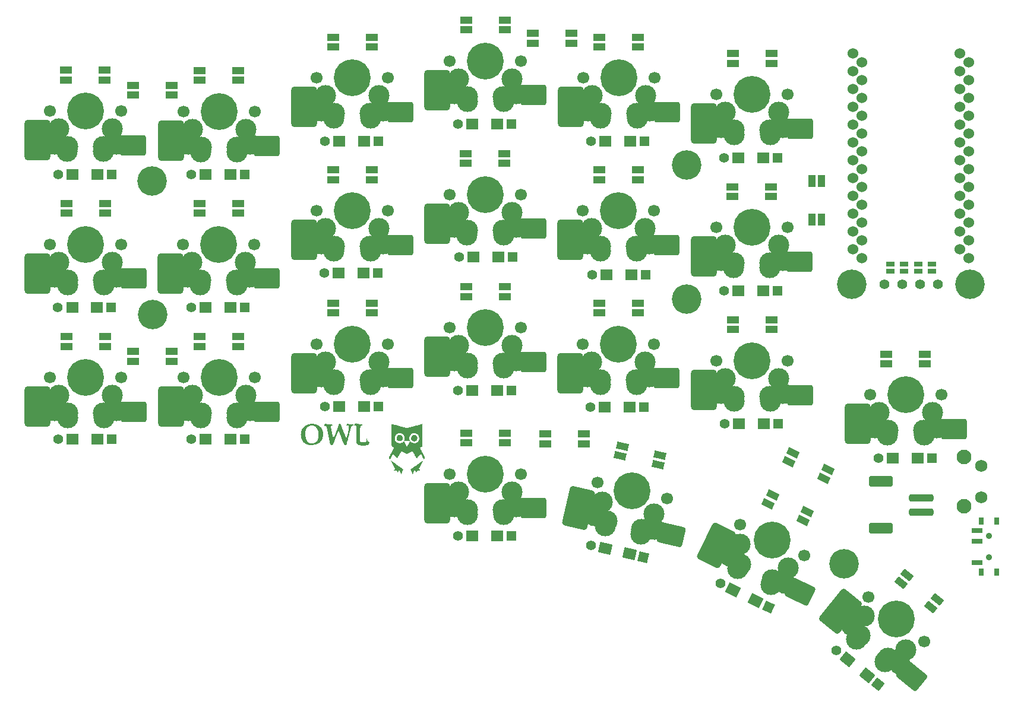
<source format=gts>
G04 #@! TF.GenerationSoftware,KiCad,Pcbnew,7.0.8*
G04 #@! TF.CreationDate,2023-10-25T23:55:58+08:00*
G04 #@! TF.ProjectId,owl,6f776c2e-6b69-4636-9164-5f7063625858,rev?*
G04 #@! TF.SameCoordinates,Original*
G04 #@! TF.FileFunction,Soldermask,Top*
G04 #@! TF.FilePolarity,Negative*
%FSLAX46Y46*%
G04 Gerber Fmt 4.6, Leading zero omitted, Abs format (unit mm)*
G04 Created by KiCad (PCBNEW 7.0.8) date 2023-10-25 23:55:58*
%MOMM*%
%LPD*%
G01*
G04 APERTURE LIST*
G04 Aperture macros list*
%AMRoundRect*
0 Rectangle with rounded corners*
0 $1 Rounding radius*
0 $2 $3 $4 $5 $6 $7 $8 $9 X,Y pos of 4 corners*
0 Add a 4 corners polygon primitive as box body*
4,1,4,$2,$3,$4,$5,$6,$7,$8,$9,$2,$3,0*
0 Add four circle primitives for the rounded corners*
1,1,$1+$1,$2,$3*
1,1,$1+$1,$4,$5*
1,1,$1+$1,$6,$7*
1,1,$1+$1,$8,$9*
0 Add four rect primitives between the rounded corners*
20,1,$1+$1,$2,$3,$4,$5,0*
20,1,$1+$1,$4,$5,$6,$7,0*
20,1,$1+$1,$6,$7,$8,$9,0*
20,1,$1+$1,$8,$9,$2,$3,0*%
%AMRotRect*
0 Rectangle, with rotation*
0 The origin of the aperture is its center*
0 $1 length*
0 $2 width*
0 $3 Rotation angle, in degrees counterclockwise*
0 Add horizontal line*
21,1,$1,$2,0,0,$3*%
G04 Aperture macros list end*
%ADD10R,1.397000X1.397000*%
%ADD11R,1.800000X1.500000*%
%ADD12C,1.397000*%
%ADD13R,0.800000X1.000000*%
%ADD14C,0.900000*%
%ADD15R,1.500000X0.700000*%
%ADD16C,4.200000*%
%ADD17C,1.700000*%
%ADD18C,3.000000*%
%ADD19C,5.250000*%
%ADD20RoundRect,0.344204X-1.514196X-1.115796X1.514196X-1.115796X1.514196X1.115796X-1.514196X1.115796X0*%
%ADD21RoundRect,0.432496X-1.398404X-2.445004X1.398404X-2.445004X1.398404X2.445004X-1.398404X2.445004X0*%
%ADD22RotRect,1.700000X1.000000X334.000000*%
%ADD23R,1.700000X1.000000*%
%ADD24R,1.143000X0.635000*%
%ADD25RotRect,1.397000X1.397000X154.000000*%
%ADD26RotRect,1.800000X1.500000X154.000000*%
%ADD27R,1.000000X1.700000*%
%ADD28RotRect,1.700000X1.000000X154.000000*%
%ADD29RotRect,1.397000X1.397000X167.000000*%
%ADD30RotRect,1.800000X1.500000X167.000000*%
%ADD31C,2.100000*%
%ADD32C,1.750000*%
%ADD33RotRect,1.700000X1.000000X347.000000*%
%ADD34RoundRect,0.344204X-1.878944X0.085778X0.474558X-1.820051X1.878944X-0.085778X-0.474558X1.820051X0*%
%ADD35RoundRect,0.432496X-2.625455X-1.020081X-0.451927X-2.780169X2.625455X1.020081X0.451927X2.780169X0*%
%ADD36RotRect,1.700000X1.000000X321.000000*%
%ADD37RotRect,1.397000X1.397000X141.000000*%
%ADD38RotRect,1.800000X1.500000X141.000000*%
%ADD39RoundRect,0.344204X-1.850083X-0.339091X0.871818X-1.666651X1.850083X0.339091X-0.871818X1.666651X0*%
%ADD40RoundRect,0.432496X-2.328696X-1.584535X0.185058X-2.810575X2.328696X1.584535X-0.185058X2.810575X0*%
%ADD41RoundRect,0.250000X-1.500000X0.250000X-1.500000X-0.250000X1.500000X-0.250000X1.500000X0.250000X0*%
%ADD42RoundRect,0.250001X-1.449999X0.499999X-1.449999X-0.499999X1.449999X-0.499999X1.449999X0.499999X0*%
%ADD43RoundRect,0.344204X-1.726387X-0.746578X1.224388X-1.427818X1.726387X0.746578X-1.224388X1.427818X0*%
%ADD44RoundRect,0.432496X-1.912569X-2.067766X0.812557X-2.696911X1.912569X2.067766X-0.812557X2.696911X0*%
%ADD45C,1.524000*%
G04 APERTURE END LIST*
G36*
X131428715Y-113960730D02*
G01*
X131491301Y-113973891D01*
X131548697Y-113996553D01*
X131602440Y-114029311D01*
X131650029Y-114068923D01*
X131702178Y-114125553D01*
X131743882Y-114187504D01*
X131775143Y-114254775D01*
X131795960Y-114327369D01*
X131805781Y-114397438D01*
X131805072Y-114462448D01*
X131793505Y-114527464D01*
X131771850Y-114590988D01*
X131740872Y-114651521D01*
X131701341Y-114707566D01*
X131654024Y-114757624D01*
X131599688Y-114800198D01*
X131599219Y-114800510D01*
X131541338Y-114832114D01*
X131477959Y-114854370D01*
X131411295Y-114866757D01*
X131343559Y-114868754D01*
X131317993Y-114866680D01*
X131254686Y-114853663D01*
X131191898Y-114828994D01*
X131129766Y-114792734D01*
X131094090Y-114766421D01*
X131048560Y-114723312D01*
X131008318Y-114671533D01*
X130974311Y-114613269D01*
X130947486Y-114550704D01*
X130928790Y-114486022D01*
X130919170Y-114421408D01*
X130919217Y-114363079D01*
X130930700Y-114292307D01*
X130952694Y-114225636D01*
X130984423Y-114164012D01*
X131025110Y-114108378D01*
X131073978Y-114059681D01*
X131130250Y-114018865D01*
X131193150Y-113986876D01*
X131242521Y-113969722D01*
X131268692Y-113963204D01*
X131294426Y-113959132D01*
X131323810Y-113957043D01*
X131359402Y-113956475D01*
X131428715Y-113960730D01*
G37*
G36*
X129352910Y-113956877D02*
G01*
X129407107Y-113968374D01*
X129461525Y-113988678D01*
X129481053Y-113997881D01*
X129509134Y-114012595D01*
X129532086Y-114027090D01*
X129553688Y-114044141D01*
X129577719Y-114066524D01*
X129586935Y-114075663D01*
X129611103Y-114101466D01*
X129634211Y-114128946D01*
X129653279Y-114154446D01*
X129661373Y-114166993D01*
X129692006Y-114229396D01*
X129713300Y-114295962D01*
X129724909Y-114364547D01*
X129726486Y-114433007D01*
X129717687Y-114499197D01*
X129716085Y-114506189D01*
X129693172Y-114578230D01*
X129660687Y-114644090D01*
X129619247Y-114703084D01*
X129569471Y-114754528D01*
X129511977Y-114797739D01*
X129447384Y-114832031D01*
X129407810Y-114847263D01*
X129382171Y-114855036D01*
X129358019Y-114860091D01*
X129331087Y-114863083D01*
X129297108Y-114864664D01*
X129293528Y-114864760D01*
X129265141Y-114865217D01*
X129239845Y-114865128D01*
X129220670Y-114864535D01*
X129211479Y-114863669D01*
X129174095Y-114853782D01*
X129132730Y-114838492D01*
X129092433Y-114819874D01*
X129060981Y-114801813D01*
X129002815Y-114757056D01*
X128952991Y-114704650D01*
X128912110Y-114645704D01*
X128880775Y-114581329D01*
X128859589Y-114512632D01*
X128849152Y-114440725D01*
X128848119Y-114409579D01*
X128853495Y-114336364D01*
X128869119Y-114267225D01*
X128894234Y-114202937D01*
X128928083Y-114144272D01*
X128969911Y-114092004D01*
X129018959Y-114046905D01*
X129074473Y-114009749D01*
X129135694Y-113981309D01*
X129201867Y-113962359D01*
X129272234Y-113953670D01*
X129294746Y-113953182D01*
X129352910Y-113956877D01*
G37*
G36*
X127995811Y-117581467D02*
G01*
X128011329Y-117590353D01*
X128034352Y-117604667D01*
X128064203Y-117623945D01*
X128100204Y-117647728D01*
X128141676Y-117675554D01*
X128187943Y-117706960D01*
X128238326Y-117741486D01*
X128292147Y-117778670D01*
X128348729Y-117818051D01*
X128407394Y-117859166D01*
X128467464Y-117901555D01*
X128528261Y-117944756D01*
X128589108Y-117988308D01*
X128625415Y-118014456D01*
X128664039Y-118042325D01*
X128707231Y-118073461D01*
X128751307Y-118105211D01*
X128792586Y-118134923D01*
X128821746Y-118155893D01*
X128862598Y-118185293D01*
X128908383Y-118218312D01*
X128957898Y-118254078D01*
X129009939Y-118291716D01*
X129063301Y-118330353D01*
X129116781Y-118369116D01*
X129169174Y-118407130D01*
X129219276Y-118443523D01*
X129265883Y-118477420D01*
X129307792Y-118507947D01*
X129343797Y-118534232D01*
X129372695Y-118555400D01*
X129393158Y-118570487D01*
X129465838Y-118624487D01*
X129532062Y-118673873D01*
X129591422Y-118718333D01*
X129643509Y-118757561D01*
X129687914Y-118791245D01*
X129724228Y-118819076D01*
X129752043Y-118840746D01*
X129770950Y-118855944D01*
X129775780Y-118860016D01*
X129792800Y-118875131D01*
X129802017Y-118884987D01*
X129804781Y-118891650D01*
X129802438Y-118897188D01*
X129801074Y-118898793D01*
X129793833Y-118908965D01*
X129783910Y-118926616D01*
X129771056Y-118952279D01*
X129755026Y-118986486D01*
X129735574Y-119029770D01*
X129712452Y-119082661D01*
X129685414Y-119145693D01*
X129671775Y-119177809D01*
X129642143Y-119247413D01*
X129614413Y-119311833D01*
X129588891Y-119370394D01*
X129565882Y-119422423D01*
X129545691Y-119467243D01*
X129528624Y-119504179D01*
X129514986Y-119532558D01*
X129505083Y-119551702D01*
X129499219Y-119560938D01*
X129498116Y-119561709D01*
X129492634Y-119556953D01*
X129484690Y-119544942D01*
X129481004Y-119538142D01*
X129470994Y-119517210D01*
X129459093Y-119489820D01*
X129444969Y-119455128D01*
X129428291Y-119412293D01*
X129408728Y-119360470D01*
X129385949Y-119298817D01*
X129372598Y-119262250D01*
X129350034Y-119200708D01*
X129329378Y-119145299D01*
X129310931Y-119096794D01*
X129294998Y-119055967D01*
X129281881Y-119023589D01*
X129271883Y-119000432D01*
X129265309Y-118987268D01*
X129263716Y-118984984D01*
X129258775Y-118985004D01*
X129249560Y-118991789D01*
X129235690Y-119005781D01*
X129216786Y-119027424D01*
X129192467Y-119057160D01*
X129162353Y-119095433D01*
X129126064Y-119142684D01*
X129108917Y-119165277D01*
X129083619Y-119198319D01*
X129060297Y-119228042D01*
X129039961Y-119253218D01*
X129023621Y-119272619D01*
X129012287Y-119285016D01*
X129007047Y-119289190D01*
X129001455Y-119284625D01*
X128990156Y-119271817D01*
X128974206Y-119252093D01*
X128954662Y-119226783D01*
X128932581Y-119197214D01*
X128918450Y-119177838D01*
X128892594Y-119141757D01*
X128872214Y-119113736D01*
X128855370Y-119092761D01*
X128840119Y-119077817D01*
X128824520Y-119067888D01*
X128806632Y-119061958D01*
X128784514Y-119059014D01*
X128756225Y-119058039D01*
X128719823Y-119058019D01*
X128689343Y-119058032D01*
X128638640Y-119057600D01*
X128590380Y-119056686D01*
X128545885Y-119055355D01*
X128506477Y-119053675D01*
X128473477Y-119051713D01*
X128448209Y-119049536D01*
X128431995Y-119047209D01*
X128426155Y-119044799D01*
X128426153Y-119044756D01*
X128429775Y-119038085D01*
X128439940Y-119023804D01*
X128455602Y-119003233D01*
X128475712Y-118977690D01*
X128499221Y-118948496D01*
X128525082Y-118916969D01*
X128552247Y-118884431D01*
X128571814Y-118861363D01*
X128591235Y-118838608D01*
X128608425Y-118818426D01*
X128621666Y-118802833D01*
X128629243Y-118793851D01*
X128629748Y-118793242D01*
X128632631Y-118787598D01*
X128632178Y-118779699D01*
X128627679Y-118767433D01*
X128618423Y-118748689D01*
X128608592Y-118730322D01*
X128594736Y-118704189D01*
X128577893Y-118671467D01*
X128560100Y-118636160D01*
X128543391Y-118602268D01*
X128541892Y-118599181D01*
X128526257Y-118567463D01*
X128506902Y-118529016D01*
X128485658Y-118487433D01*
X128464357Y-118446308D01*
X128449955Y-118418885D01*
X128436064Y-118392563D01*
X128417561Y-118357403D01*
X128395262Y-118314959D01*
X128369979Y-118266782D01*
X128342529Y-118214427D01*
X128313724Y-118159444D01*
X128284380Y-118103387D01*
X128257814Y-118052595D01*
X128217953Y-117976404D01*
X128183056Y-117909854D01*
X128152689Y-117852184D01*
X128126419Y-117802630D01*
X128103812Y-117760430D01*
X128084434Y-117724821D01*
X128067850Y-117695041D01*
X128053628Y-117670327D01*
X128041334Y-117649916D01*
X128030533Y-117633046D01*
X128020792Y-117618955D01*
X128011677Y-117606880D01*
X128002755Y-117596057D01*
X127993590Y-117585725D01*
X127990003Y-117581822D01*
X127988477Y-117578470D01*
X127995811Y-117581467D01*
G37*
G36*
X132683121Y-117561817D02*
G01*
X132677655Y-117573194D01*
X132672428Y-117582279D01*
X132666131Y-117593204D01*
X132655003Y-117613064D01*
X132639799Y-117640492D01*
X132621275Y-117674117D01*
X132600183Y-117712572D01*
X132577279Y-117754486D01*
X132556957Y-117791797D01*
X132530958Y-117839594D01*
X132504276Y-117888630D01*
X132478043Y-117936828D01*
X132453389Y-117982108D01*
X132431445Y-118022395D01*
X132413343Y-118055610D01*
X132405399Y-118070177D01*
X132386828Y-118104448D01*
X132364576Y-118145884D01*
X132340367Y-118191249D01*
X132315927Y-118237309D01*
X132292980Y-118280829D01*
X132288194Y-118289951D01*
X132269399Y-118325716D01*
X132252070Y-118358518D01*
X132237055Y-118386762D01*
X132225204Y-118408857D01*
X132217365Y-118423210D01*
X132214796Y-118427676D01*
X132210097Y-118435870D01*
X132200670Y-118452876D01*
X132187342Y-118477182D01*
X132170940Y-118507276D01*
X132152288Y-118541649D01*
X132134518Y-118574519D01*
X132113680Y-118612830D01*
X132093462Y-118649445D01*
X132074888Y-118682556D01*
X132058978Y-118710355D01*
X132046756Y-118731032D01*
X132040423Y-118741076D01*
X132028452Y-118761146D01*
X132023235Y-118775357D01*
X132023711Y-118780476D01*
X132029014Y-118787355D01*
X132040792Y-118801224D01*
X132057603Y-118820431D01*
X132078008Y-118843323D01*
X132092309Y-118859168D01*
X132120841Y-118891324D01*
X132148318Y-118923572D01*
X132173762Y-118954635D01*
X132196196Y-118983239D01*
X132214643Y-119008108D01*
X132228125Y-119027966D01*
X132235664Y-119041537D01*
X132236516Y-119047368D01*
X132229737Y-119048604D01*
X132212624Y-119049968D01*
X132186563Y-119051401D01*
X132152940Y-119052840D01*
X132113142Y-119054226D01*
X132068554Y-119055497D01*
X132031957Y-119056356D01*
X131832116Y-119060625D01*
X131817049Y-119074786D01*
X131808535Y-119084220D01*
X131794676Y-119101207D01*
X131777000Y-119123805D01*
X131757034Y-119150070D01*
X131743283Y-119168556D01*
X131715890Y-119205618D01*
X131694515Y-119234188D01*
X131678272Y-119255250D01*
X131666275Y-119269782D01*
X131657638Y-119278767D01*
X131651474Y-119283185D01*
X131646899Y-119284019D01*
X131643025Y-119282248D01*
X131641609Y-119281142D01*
X131635677Y-119274628D01*
X131623623Y-119260139D01*
X131606490Y-119238975D01*
X131585323Y-119212436D01*
X131561166Y-119181822D01*
X131535904Y-119149516D01*
X131501734Y-119105826D01*
X131473855Y-119070705D01*
X131451529Y-119043340D01*
X131434022Y-119022919D01*
X131420597Y-119008630D01*
X131410519Y-118999658D01*
X131403050Y-118995193D01*
X131397455Y-118994420D01*
X131395828Y-118994863D01*
X131390759Y-118999881D01*
X131383235Y-119012219D01*
X131373081Y-119032288D01*
X131360122Y-119060498D01*
X131344184Y-119097261D01*
X131325091Y-119142990D01*
X131302669Y-119198094D01*
X131276743Y-119262985D01*
X131247138Y-119338075D01*
X131214738Y-119421054D01*
X131201213Y-119454684D01*
X131187440Y-119486923D01*
X131174258Y-119516008D01*
X131162505Y-119540176D01*
X131153016Y-119557665D01*
X131146631Y-119566711D01*
X131145130Y-119567570D01*
X131140931Y-119562631D01*
X131133026Y-119549297D01*
X131122675Y-119529794D01*
X131114500Y-119513359D01*
X131103860Y-119490699D01*
X131089928Y-119459965D01*
X131073921Y-119423904D01*
X131057059Y-119385261D01*
X131040559Y-119346780D01*
X131039747Y-119344866D01*
X131026355Y-119313361D01*
X131010287Y-119275688D01*
X130992210Y-119233394D01*
X130972788Y-119188030D01*
X130952686Y-119141143D01*
X130932570Y-119094283D01*
X130913106Y-119048998D01*
X130894957Y-119006837D01*
X130878790Y-118969349D01*
X130865270Y-118938082D01*
X130855062Y-118914586D01*
X130849070Y-118900944D01*
X130844033Y-118887611D01*
X130845203Y-118879362D01*
X130853419Y-118870860D01*
X130853853Y-118870485D01*
X130874127Y-118853614D01*
X130901584Y-118831635D01*
X130933918Y-118806322D01*
X130968822Y-118779449D01*
X131003992Y-118752790D01*
X131037121Y-118728117D01*
X131065902Y-118707205D01*
X131069300Y-118704786D01*
X131100515Y-118682514D01*
X131136827Y-118656405D01*
X131173902Y-118629585D01*
X131207409Y-118605181D01*
X131209956Y-118603316D01*
X131273589Y-118556852D01*
X131342632Y-118506701D01*
X131416187Y-118453501D01*
X131493356Y-118397888D01*
X131573240Y-118340500D01*
X131654943Y-118281975D01*
X131737566Y-118222951D01*
X131820212Y-118164064D01*
X131901983Y-118105953D01*
X131981981Y-118049255D01*
X132059308Y-117994608D01*
X132133066Y-117942648D01*
X132202359Y-117894014D01*
X132266287Y-117849343D01*
X132323953Y-117809273D01*
X132374460Y-117774441D01*
X132416908Y-117745484D01*
X132437759Y-117731448D01*
X132487119Y-117698147D01*
X132533253Y-117666447D01*
X132574745Y-117637352D01*
X132610179Y-117611860D01*
X132638138Y-117590975D01*
X132652486Y-117579647D01*
X132667555Y-117567795D01*
X132678983Y-117559715D01*
X132683586Y-117557372D01*
X132683121Y-117561817D01*
G37*
G36*
X132504572Y-113995716D02*
G01*
X132504509Y-114132066D01*
X132504420Y-114265418D01*
X132504306Y-114395294D01*
X132504169Y-114521213D01*
X132504011Y-114642695D01*
X132503832Y-114759262D01*
X132503634Y-114870433D01*
X132503418Y-114975729D01*
X132503186Y-115074670D01*
X132502938Y-115166777D01*
X132502676Y-115251570D01*
X132502402Y-115328569D01*
X132502117Y-115397295D01*
X132501821Y-115457268D01*
X132501517Y-115508008D01*
X132501205Y-115549036D01*
X132500887Y-115579873D01*
X132500565Y-115600038D01*
X132500239Y-115609052D01*
X132500177Y-115609463D01*
X132493349Y-115618006D01*
X132476818Y-115629879D01*
X132450112Y-115645390D01*
X132426402Y-115657915D01*
X132395179Y-115674202D01*
X132357830Y-115694043D01*
X132318446Y-115715246D01*
X132281118Y-115735616D01*
X132270672Y-115741382D01*
X132184904Y-115788872D01*
X132215519Y-115851826D01*
X132229429Y-115879875D01*
X132247794Y-115916078D01*
X132269488Y-115958283D01*
X132293386Y-116004336D01*
X132318364Y-116052085D01*
X132343295Y-116099377D01*
X132367054Y-116144057D01*
X132388517Y-116183973D01*
X132402395Y-116209425D01*
X132434042Y-116267359D01*
X132467545Y-116329372D01*
X132502470Y-116394612D01*
X132538379Y-116462231D01*
X132574839Y-116531379D01*
X132611413Y-116601204D01*
X132647667Y-116670857D01*
X132683165Y-116739489D01*
X132717471Y-116806248D01*
X132750150Y-116870285D01*
X132780767Y-116930751D01*
X132808886Y-116986794D01*
X132834071Y-117037564D01*
X132855889Y-117082213D01*
X132873902Y-117119889D01*
X132887676Y-117149742D01*
X132896775Y-117170924D01*
X132900704Y-117182291D01*
X132900502Y-117193052D01*
X132894720Y-117206572D01*
X132882204Y-117225289D01*
X132877096Y-117232106D01*
X132862648Y-117252563D01*
X132845334Y-117279295D01*
X132827751Y-117308208D01*
X132817606Y-117325876D01*
X132801570Y-117354209D01*
X132784758Y-117383264D01*
X132769599Y-117408871D01*
X132761909Y-117421487D01*
X132749958Y-117441373D01*
X132740193Y-117458789D01*
X132734619Y-117470149D01*
X132734452Y-117470587D01*
X132731437Y-117475315D01*
X132727685Y-117472511D01*
X132722213Y-117460822D01*
X132716644Y-117446114D01*
X132711631Y-117434150D01*
X132702014Y-117412872D01*
X132688372Y-117383478D01*
X132671285Y-117347168D01*
X132651332Y-117305139D01*
X132629093Y-117258591D01*
X132605147Y-117208722D01*
X132580073Y-117156731D01*
X132554451Y-117103817D01*
X132528860Y-117051179D01*
X132503879Y-117000015D01*
X132480088Y-116951523D01*
X132458066Y-116906904D01*
X132438392Y-116867354D01*
X132421646Y-116834074D01*
X132408407Y-116808262D01*
X132407858Y-116807210D01*
X132391825Y-116776131D01*
X132374693Y-116742345D01*
X132358980Y-116710840D01*
X132351075Y-116694683D01*
X132340124Y-116672836D01*
X132330760Y-116655603D01*
X132324279Y-116645298D01*
X132322319Y-116643403D01*
X132317661Y-116647581D01*
X132306009Y-116659665D01*
X132288144Y-116678787D01*
X132264845Y-116704081D01*
X132236892Y-116734678D01*
X132205063Y-116769712D01*
X132170139Y-116808314D01*
X132132899Y-116849618D01*
X132094123Y-116892756D01*
X132054591Y-116936860D01*
X132015081Y-116981064D01*
X131976373Y-117024499D01*
X131939248Y-117066299D01*
X131904484Y-117105596D01*
X131872861Y-117141522D01*
X131845159Y-117173210D01*
X131822157Y-117199793D01*
X131819574Y-117202803D01*
X131785599Y-117241811D01*
X131758462Y-117271568D01*
X131738204Y-117292029D01*
X131724866Y-117303154D01*
X131719742Y-117305364D01*
X131715932Y-117300365D01*
X131706820Y-117285846D01*
X131692815Y-117262520D01*
X131674326Y-117231103D01*
X131651763Y-117192311D01*
X131625533Y-117146858D01*
X131596047Y-117095459D01*
X131563713Y-117038830D01*
X131528939Y-116977685D01*
X131492136Y-116912740D01*
X131453712Y-116844709D01*
X131414075Y-116774308D01*
X131373635Y-116702251D01*
X131332802Y-116629255D01*
X131322544Y-116610879D01*
X131296395Y-116563743D01*
X131270584Y-116516713D01*
X131245790Y-116471068D01*
X131222693Y-116428086D01*
X131201972Y-116389046D01*
X131184305Y-116355227D01*
X131170372Y-116327908D01*
X131160852Y-116308367D01*
X131156577Y-116298366D01*
X131152388Y-116295528D01*
X131141888Y-116296736D01*
X131123419Y-116302317D01*
X131107278Y-116308104D01*
X131070169Y-116322466D01*
X131025931Y-116340572D01*
X130977948Y-116360986D01*
X130929605Y-116382272D01*
X130890551Y-116400074D01*
X130871420Y-116408834D01*
X130843821Y-116421301D01*
X130810016Y-116436464D01*
X130772265Y-116453309D01*
X130732830Y-116470824D01*
X130714375Y-116478991D01*
X130667754Y-116499727D01*
X130614676Y-116523550D01*
X130559300Y-116548581D01*
X130505786Y-116572938D01*
X130458293Y-116594740D01*
X130454939Y-116596290D01*
X130324794Y-116656445D01*
X130171055Y-116582899D01*
X130085261Y-116542107D01*
X130002480Y-116503239D01*
X129923600Y-116466692D01*
X129849507Y-116432863D01*
X129781089Y-116402147D01*
X129719232Y-116374942D01*
X129664823Y-116351644D01*
X129618749Y-116332649D01*
X129581897Y-116318355D01*
X129569589Y-116313921D01*
X129540125Y-116304537D01*
X129520110Y-116300441D01*
X129508572Y-116301555D01*
X129504539Y-116307798D01*
X129504510Y-116308638D01*
X129501672Y-116315467D01*
X129493844Y-116330467D01*
X129482061Y-116351753D01*
X129467354Y-116377443D01*
X129458646Y-116392336D01*
X129434887Y-116433040D01*
X129406220Y-116482763D01*
X129373363Y-116540240D01*
X129337035Y-116604209D01*
X129297954Y-116673405D01*
X129256838Y-116746563D01*
X129224862Y-116803694D01*
X129203626Y-116841397D01*
X129178550Y-116885430D01*
X129151782Y-116932049D01*
X129125474Y-116977507D01*
X129103763Y-117014677D01*
X129081320Y-117053030D01*
X129057913Y-117093297D01*
X129035244Y-117132529D01*
X129015016Y-117167780D01*
X128998931Y-117196103D01*
X128997977Y-117197798D01*
X128982211Y-117225340D01*
X128967276Y-117250541D01*
X128954670Y-117270930D01*
X128945892Y-117284037D01*
X128944668Y-117285642D01*
X128931383Y-117302303D01*
X128909728Y-117278926D01*
X128897854Y-117265690D01*
X128880595Y-117245916D01*
X128860077Y-117222063D01*
X128838428Y-117196589D01*
X128833782Y-117191082D01*
X128808679Y-117161648D01*
X128780804Y-117129565D01*
X128753604Y-117098771D01*
X128731138Y-117073869D01*
X128713691Y-117054541D01*
X128690331Y-117028225D01*
X128662750Y-116996852D01*
X128632640Y-116962353D01*
X128601695Y-116926657D01*
X128579572Y-116900980D01*
X128549203Y-116865828D01*
X128518517Y-116830667D01*
X128489182Y-116797384D01*
X128462866Y-116767861D01*
X128441236Y-116743985D01*
X128429191Y-116731022D01*
X128408169Y-116708554D01*
X128388066Y-116686601D01*
X128371478Y-116668023D01*
X128362690Y-116657764D01*
X128351482Y-116645767D01*
X128343303Y-116639946D01*
X128340706Y-116640468D01*
X128337292Y-116647114D01*
X128329070Y-116662613D01*
X128316817Y-116685514D01*
X128301310Y-116714365D01*
X128283329Y-116747715D01*
X128266856Y-116778193D01*
X128237794Y-116832982D01*
X128205135Y-116896442D01*
X128169904Y-116966473D01*
X128133125Y-117040975D01*
X128095824Y-117117847D01*
X128059024Y-117194988D01*
X128023752Y-117270298D01*
X127991031Y-117341678D01*
X127980248Y-117365617D01*
X127963539Y-117402652D01*
X127950798Y-117430104D01*
X127941348Y-117449153D01*
X127934517Y-117460976D01*
X127929627Y-117466755D01*
X127926005Y-117467668D01*
X127923230Y-117465248D01*
X127917338Y-117456463D01*
X127906758Y-117439937D01*
X127892919Y-117417929D01*
X127877248Y-117392695D01*
X127875027Y-117389093D01*
X127854864Y-117357366D01*
X127831846Y-117322687D01*
X127809134Y-117289753D01*
X127793668Y-117268300D01*
X127777059Y-117245097D01*
X127763011Y-117223955D01*
X127753122Y-117207375D01*
X127749123Y-117198523D01*
X127749066Y-117187488D01*
X127753771Y-117171083D01*
X127763826Y-117147584D01*
X127772930Y-117128845D01*
X127782026Y-117110875D01*
X127795974Y-117083609D01*
X127814206Y-117048141D01*
X127836155Y-117005568D01*
X127861254Y-116956986D01*
X127888933Y-116903490D01*
X127918626Y-116846176D01*
X127949765Y-116786141D01*
X127981781Y-116724480D01*
X128014107Y-116662289D01*
X128046176Y-116600663D01*
X128077418Y-116540700D01*
X128107268Y-116483494D01*
X128112668Y-116473154D01*
X128134850Y-116430624D01*
X128160854Y-116380652D01*
X128189136Y-116326216D01*
X128218148Y-116270294D01*
X128246346Y-116215862D01*
X128272182Y-116165900D01*
X128272404Y-116165470D01*
X128296835Y-116118241D01*
X128322412Y-116068921D01*
X128347877Y-116019925D01*
X128371973Y-115973668D01*
X128393443Y-115932567D01*
X128411031Y-115899037D01*
X128413685Y-115893996D01*
X128430162Y-115862531D01*
X128444580Y-115834621D01*
X128456106Y-115811914D01*
X128463903Y-115796057D01*
X128467136Y-115788699D01*
X128467178Y-115788461D01*
X128462311Y-115784538D01*
X128448763Y-115775853D01*
X128428112Y-115763314D01*
X128401935Y-115747829D01*
X128371809Y-115730305D01*
X128339313Y-115711651D01*
X128306024Y-115692773D01*
X128273519Y-115674581D01*
X128243377Y-115657981D01*
X128217175Y-115643881D01*
X128203449Y-115636716D01*
X128159494Y-115614158D01*
X128155767Y-115538176D01*
X128155439Y-115525689D01*
X128155113Y-115501999D01*
X128154791Y-115467623D01*
X128154475Y-115423081D01*
X128154165Y-115368889D01*
X128153864Y-115305567D01*
X128153573Y-115233631D01*
X128153293Y-115153602D01*
X128153026Y-115065995D01*
X128152772Y-114971330D01*
X128152534Y-114870124D01*
X128152313Y-114762896D01*
X128152110Y-114650163D01*
X128151926Y-114532445D01*
X128151801Y-114438429D01*
X128581231Y-114438429D01*
X128583646Y-114493988D01*
X128589686Y-114543613D01*
X128592207Y-114556725D01*
X128615717Y-114645163D01*
X128647287Y-114725833D01*
X128687662Y-114800126D01*
X128737586Y-114869430D01*
X128791500Y-114928893D01*
X128857612Y-114988425D01*
X128926840Y-115037334D01*
X129000932Y-115076635D01*
X129081633Y-115107346D01*
X129114778Y-115117079D01*
X129136593Y-115122773D01*
X129155672Y-115126946D01*
X129174548Y-115129843D01*
X129195754Y-115131708D01*
X129221827Y-115132786D01*
X129255298Y-115133324D01*
X129284737Y-115133510D01*
X129330997Y-115133366D01*
X129368638Y-115132112D01*
X129400748Y-115129190D01*
X129430415Y-115124044D01*
X129460729Y-115116117D01*
X129494777Y-115104852D01*
X129535648Y-115089693D01*
X129542605Y-115087031D01*
X129622383Y-115050247D01*
X129698591Y-115002450D01*
X129771330Y-114943563D01*
X129840702Y-114873510D01*
X129863210Y-114847527D01*
X129877373Y-114830645D01*
X129923538Y-114911994D01*
X129942542Y-114945242D01*
X129962643Y-114980009D01*
X129981764Y-115012725D01*
X129997827Y-115039820D01*
X130001599Y-115046089D01*
X130013091Y-115065600D01*
X130029576Y-115094330D01*
X130050454Y-115131198D01*
X130075124Y-115175125D01*
X130102982Y-115225030D01*
X130133428Y-115279832D01*
X130165861Y-115338451D01*
X130199678Y-115399806D01*
X130234277Y-115462819D01*
X130267325Y-115523233D01*
X130286638Y-115558402D01*
X130301275Y-115584474D01*
X130312036Y-115602720D01*
X130319715Y-115614410D01*
X130325109Y-115620814D01*
X130329016Y-115623201D01*
X130330113Y-115623324D01*
X130335149Y-115618739D01*
X130342956Y-115607443D01*
X130344849Y-115604277D01*
X130350224Y-115594932D01*
X130360676Y-115576668D01*
X130375480Y-115550755D01*
X130393912Y-115518461D01*
X130415248Y-115481053D01*
X130438765Y-115439801D01*
X130463739Y-115395972D01*
X130464408Y-115394797D01*
X130492709Y-115345220D01*
X130522484Y-115293248D01*
X130552438Y-115241131D01*
X130581273Y-115191117D01*
X130607695Y-115145456D01*
X130630408Y-115106397D01*
X130641688Y-115087113D01*
X130675085Y-115030050D01*
X130702861Y-114982199D01*
X130725434Y-114942728D01*
X130743225Y-114910804D01*
X130756653Y-114885594D01*
X130766137Y-114866268D01*
X130772098Y-114851992D01*
X130774954Y-114841933D01*
X130775127Y-114835261D01*
X130773035Y-114831142D01*
X130771406Y-114829862D01*
X130768591Y-114828418D01*
X130764578Y-114827295D01*
X130758243Y-114826500D01*
X130748460Y-114826041D01*
X130734104Y-114825926D01*
X130714050Y-114826162D01*
X130687172Y-114826756D01*
X130652344Y-114827715D01*
X130608441Y-114829048D01*
X130554339Y-114830762D01*
X130533052Y-114831445D01*
X130483470Y-114832718D01*
X130428589Y-114833570D01*
X130369897Y-114834020D01*
X130308883Y-114834091D01*
X130247034Y-114833803D01*
X130185839Y-114833178D01*
X130126786Y-114832237D01*
X130071363Y-114831001D01*
X130021058Y-114829493D01*
X129977360Y-114827731D01*
X129941757Y-114825739D01*
X129915736Y-114823538D01*
X129907769Y-114822517D01*
X129886132Y-114819251D01*
X129901142Y-114786154D01*
X129921326Y-114737736D01*
X129941270Y-114682850D01*
X129959204Y-114626646D01*
X129971924Y-114580168D01*
X129977515Y-114556423D01*
X129981569Y-114535410D01*
X129984333Y-114514414D01*
X129986053Y-114490721D01*
X129986977Y-114461613D01*
X129987353Y-114424376D01*
X129987398Y-114410210D01*
X130661986Y-114410210D01*
X130663195Y-114472810D01*
X130667165Y-114527027D01*
X130674414Y-114575982D01*
X130685462Y-114622797D01*
X130700824Y-114670593D01*
X130708674Y-114691678D01*
X130726976Y-114737037D01*
X130744125Y-114773940D01*
X130761891Y-114805278D01*
X130782042Y-114833948D01*
X130806349Y-114862842D01*
X130826618Y-114884579D01*
X130899306Y-114952901D01*
X130975695Y-115010170D01*
X131056063Y-115056547D01*
X131140688Y-115092191D01*
X131229850Y-115117260D01*
X131236405Y-115118652D01*
X131311196Y-115131251D01*
X131379535Y-115136345D01*
X131443896Y-115134028D01*
X131486632Y-115128271D01*
X131559775Y-115111107D01*
X131634081Y-115085461D01*
X131703710Y-115053540D01*
X131775611Y-115009429D01*
X131840842Y-114956125D01*
X131898924Y-114894388D01*
X131949377Y-114824980D01*
X131991722Y-114748661D01*
X132025478Y-114666190D01*
X132050167Y-114578330D01*
X132065309Y-114485840D01*
X132066023Y-114478978D01*
X132068838Y-114393917D01*
X132060796Y-114307241D01*
X132042256Y-114220738D01*
X132013576Y-114136199D01*
X131984887Y-114073723D01*
X131939479Y-113998161D01*
X131885269Y-113929571D01*
X131823250Y-113868559D01*
X131754414Y-113815732D01*
X131679754Y-113771697D01*
X131600261Y-113737059D01*
X131516929Y-113712425D01*
X131430750Y-113698402D01*
X131365352Y-113695212D01*
X131276163Y-113700945D01*
X131188321Y-113717791D01*
X131103162Y-113745214D01*
X131022022Y-113782681D01*
X130946236Y-113829659D01*
X130877140Y-113885615D01*
X130868620Y-113893615D01*
X130808555Y-113958433D01*
X130758953Y-114028285D01*
X130719417Y-114103800D01*
X130695025Y-114167914D01*
X130683526Y-114205392D01*
X130674960Y-114238896D01*
X130668928Y-114271359D01*
X130665030Y-114305713D01*
X130662866Y-114344892D01*
X130662036Y-114391829D01*
X130661986Y-114410210D01*
X129987398Y-114410210D01*
X129987342Y-114370282D01*
X129986816Y-114339379D01*
X129985573Y-114314808D01*
X129983371Y-114293875D01*
X129979966Y-114273886D01*
X129975112Y-114252148D01*
X129971887Y-114239063D01*
X129944547Y-114149304D01*
X129909531Y-114068084D01*
X129866346Y-113994680D01*
X129814496Y-113928369D01*
X129753488Y-113868425D01*
X129682826Y-113814125D01*
X129680617Y-113812620D01*
X129604016Y-113767422D01*
X129523885Y-113733044D01*
X129441104Y-113709444D01*
X129356554Y-113696581D01*
X129271116Y-113694416D01*
X129185670Y-113702908D01*
X129101097Y-113722016D01*
X129018278Y-113751699D01*
X128938093Y-113791917D01*
X128861423Y-113842629D01*
X128850623Y-113850872D01*
X128785886Y-113907858D01*
X128730060Y-113971487D01*
X128682841Y-114042264D01*
X128643928Y-114120690D01*
X128613019Y-114207268D01*
X128595291Y-114276115D01*
X128587097Y-114325496D01*
X128582396Y-114380933D01*
X128581231Y-114438429D01*
X128151801Y-114438429D01*
X128151764Y-114410258D01*
X128151624Y-114284121D01*
X128151508Y-114154552D01*
X128151418Y-114022068D01*
X128151371Y-113931103D01*
X128151305Y-113772594D01*
X128151251Y-113625391D01*
X128151211Y-113489075D01*
X128151188Y-113363230D01*
X128151186Y-113247438D01*
X128151206Y-113141285D01*
X128151251Y-113044351D01*
X128151324Y-112956221D01*
X128151427Y-112876478D01*
X128151563Y-112804705D01*
X128151735Y-112740486D01*
X128151945Y-112683402D01*
X128152196Y-112633039D01*
X128152490Y-112588978D01*
X128152830Y-112550803D01*
X128153219Y-112518097D01*
X128153659Y-112490443D01*
X128154153Y-112467425D01*
X128154704Y-112448626D01*
X128155313Y-112433629D01*
X128155984Y-112422017D01*
X128156720Y-112413373D01*
X128157522Y-112407281D01*
X128158394Y-112403324D01*
X128159338Y-112401084D01*
X128160357Y-112400146D01*
X128160959Y-112400033D01*
X128171388Y-112401569D01*
X128192200Y-112405993D01*
X128222485Y-112413066D01*
X128261329Y-112422544D01*
X128307822Y-112434188D01*
X128361051Y-112447756D01*
X128420106Y-112463007D01*
X128484073Y-112479700D01*
X128552041Y-112497593D01*
X128623098Y-112516445D01*
X128696333Y-112536016D01*
X128770834Y-112556064D01*
X128845688Y-112576347D01*
X128919984Y-112596625D01*
X128992811Y-112616656D01*
X129063256Y-112636200D01*
X129130408Y-112655014D01*
X129193354Y-112672859D01*
X129205618Y-112676364D01*
X129232670Y-112684014D01*
X129269361Y-112694247D01*
X129314010Y-112706601D01*
X129364936Y-112720615D01*
X129420460Y-112735827D01*
X129478900Y-112751776D01*
X129538577Y-112768000D01*
X129586559Y-112780997D01*
X129650628Y-112798360D01*
X129718666Y-112816867D01*
X129788320Y-112835874D01*
X129857236Y-112854737D01*
X129923057Y-112872810D01*
X129983430Y-112889448D01*
X130036001Y-112904006D01*
X130058341Y-112910225D01*
X130119153Y-112927246D01*
X130169809Y-112941451D01*
X130211481Y-112953026D01*
X130245344Y-112962156D01*
X130272571Y-112969029D01*
X130294335Y-112973829D01*
X130311810Y-112976742D01*
X130326171Y-112977955D01*
X130338589Y-112977654D01*
X130350239Y-112976024D01*
X130362295Y-112973252D01*
X130375930Y-112969523D01*
X130392317Y-112965023D01*
X130396787Y-112963850D01*
X130432674Y-112954514D01*
X130472481Y-112944101D01*
X130510547Y-112934096D01*
X130533052Y-112928148D01*
X130556336Y-112922004D01*
X130588672Y-112913515D01*
X130627766Y-112903280D01*
X130671324Y-112891900D01*
X130717052Y-112879974D01*
X130758687Y-112869136D01*
X130812273Y-112855140D01*
X130873035Y-112839171D01*
X130936837Y-112822323D01*
X130999542Y-112805690D01*
X131057013Y-112790364D01*
X131081022Y-112783929D01*
X131124981Y-112772140D01*
X131177710Y-112758030D01*
X131236649Y-112742282D01*
X131299236Y-112725580D01*
X131362913Y-112708607D01*
X131425118Y-112692045D01*
X131475919Y-112678538D01*
X131527767Y-112664620D01*
X131588753Y-112648007D01*
X131656764Y-112629289D01*
X131729687Y-112609056D01*
X131805407Y-112587895D01*
X131881812Y-112566397D01*
X131956788Y-112545150D01*
X132028221Y-112524744D01*
X132047331Y-112519252D01*
X132125941Y-112496647D01*
X132194135Y-112477081D01*
X132252751Y-112460324D01*
X132302629Y-112446143D01*
X132344608Y-112434305D01*
X132379525Y-112424579D01*
X132408222Y-112416733D01*
X132431536Y-112410535D01*
X132450306Y-112405752D01*
X132465371Y-112402152D01*
X132477571Y-112399504D01*
X132486109Y-112397864D01*
X132505157Y-112394444D01*
X132504572Y-113995716D01*
G37*
G36*
X116893640Y-112378709D02*
G01*
X116928571Y-112379353D01*
X116958232Y-112380477D01*
X116975388Y-112381590D01*
X117088244Y-112393831D01*
X117198680Y-112411809D01*
X117306097Y-112435325D01*
X117409895Y-112464180D01*
X117509473Y-112498174D01*
X117604234Y-112537109D01*
X117693576Y-112580784D01*
X117776900Y-112629002D01*
X117832858Y-112666439D01*
X117904232Y-112721263D01*
X117972924Y-112781993D01*
X118037818Y-112847432D01*
X118097802Y-112916387D01*
X118151760Y-112987659D01*
X118196700Y-113056889D01*
X118239990Y-113136934D01*
X118277080Y-113221438D01*
X118308016Y-113310588D01*
X118332842Y-113404570D01*
X118351602Y-113503571D01*
X118364342Y-113607777D01*
X118371105Y-113717376D01*
X118372317Y-113791278D01*
X118369651Y-113916240D01*
X118361770Y-114036082D01*
X118348715Y-114150630D01*
X118330530Y-114259709D01*
X118307256Y-114363143D01*
X118278936Y-114460758D01*
X118245613Y-114552380D01*
X118207329Y-114637832D01*
X118164126Y-114716941D01*
X118137762Y-114758461D01*
X118105689Y-114803400D01*
X118069316Y-114848698D01*
X118027642Y-114895539D01*
X117982608Y-114942171D01*
X117917312Y-115004718D01*
X117853118Y-115060285D01*
X117788812Y-115109761D01*
X117723181Y-115154039D01*
X117655011Y-115194010D01*
X117603105Y-115220902D01*
X117560075Y-115241203D01*
X117517617Y-115259333D01*
X117474604Y-115275621D01*
X117429904Y-115290394D01*
X117382388Y-115303983D01*
X117330928Y-115316715D01*
X117274392Y-115328919D01*
X117211652Y-115340925D01*
X117158877Y-115350160D01*
X117096803Y-115359893D01*
X117031046Y-115368782D01*
X116962740Y-115376753D01*
X116893018Y-115383730D01*
X116823013Y-115389638D01*
X116753860Y-115394403D01*
X116686693Y-115397948D01*
X116622643Y-115400201D01*
X116562847Y-115401084D01*
X116508436Y-115400523D01*
X116460545Y-115398444D01*
X116445759Y-115397362D01*
X116362418Y-115387005D01*
X116276780Y-115369714D01*
X116190055Y-115345972D01*
X116103453Y-115316263D01*
X116018182Y-115281073D01*
X115935452Y-115240884D01*
X115856473Y-115196181D01*
X115782453Y-115147449D01*
X115737529Y-115113807D01*
X115700277Y-115082481D01*
X115660372Y-115045479D01*
X115619195Y-115004269D01*
X115578129Y-114960318D01*
X115538558Y-114915093D01*
X115501863Y-114870062D01*
X115477189Y-114837474D01*
X115422875Y-114757856D01*
X115374942Y-114676374D01*
X115333206Y-114592452D01*
X115297480Y-114505511D01*
X115267579Y-114414974D01*
X115243318Y-114320265D01*
X115224510Y-114220804D01*
X115210971Y-114116016D01*
X115202515Y-114005323D01*
X115201270Y-113978984D01*
X115199310Y-113857362D01*
X115202700Y-113770159D01*
X115828841Y-113770159D01*
X115829079Y-113809111D01*
X115829668Y-113846703D01*
X115830609Y-113881343D01*
X115831902Y-113911436D01*
X115832849Y-113926668D01*
X115843671Y-114042924D01*
X115859017Y-114154995D01*
X115878770Y-114262478D01*
X115902815Y-114364966D01*
X115931034Y-114462055D01*
X115963313Y-114553341D01*
X115999535Y-114638418D01*
X116039584Y-114716881D01*
X116077155Y-114778999D01*
X116128839Y-114852228D01*
X116182930Y-114917699D01*
X116239651Y-114975562D01*
X116299227Y-115025967D01*
X116361883Y-115069066D01*
X116427841Y-115105009D01*
X116497328Y-115133948D01*
X116570565Y-115156034D01*
X116647779Y-115171416D01*
X116663580Y-115173683D01*
X116687741Y-115176118D01*
X116717976Y-115177913D01*
X116752176Y-115179048D01*
X116788235Y-115179505D01*
X116824043Y-115179264D01*
X116857493Y-115178308D01*
X116886476Y-115176616D01*
X116895975Y-115175767D01*
X116977009Y-115163954D01*
X117054464Y-115145286D01*
X117127784Y-115119916D01*
X117176421Y-115098216D01*
X117216708Y-115077219D01*
X117252865Y-115055533D01*
X117286630Y-115031858D01*
X117319739Y-115004895D01*
X117353927Y-114973342D01*
X117385123Y-114941954D01*
X117445645Y-114873595D01*
X117499584Y-114800807D01*
X117547140Y-114723253D01*
X117588512Y-114640598D01*
X117623900Y-114552507D01*
X117634398Y-114521882D01*
X117651070Y-114466768D01*
X117667051Y-114405368D01*
X117681947Y-114339599D01*
X117695362Y-114271377D01*
X117706901Y-114202616D01*
X117716170Y-114135233D01*
X117718693Y-114113342D01*
X117721004Y-114086358D01*
X117722869Y-114052773D01*
X117724281Y-114014180D01*
X117725231Y-113972173D01*
X117725712Y-113928344D01*
X117725715Y-113884287D01*
X117725232Y-113841595D01*
X117724254Y-113801860D01*
X117722775Y-113766676D01*
X117720784Y-113737636D01*
X117720627Y-113735891D01*
X117707063Y-113618305D01*
X117688540Y-113507225D01*
X117665045Y-113402613D01*
X117636567Y-113304428D01*
X117603093Y-113212630D01*
X117564612Y-113127180D01*
X117521110Y-113048038D01*
X117500809Y-113015862D01*
X117448965Y-112943548D01*
X117393249Y-112878465D01*
X117333643Y-112820605D01*
X117270128Y-112769957D01*
X117202686Y-112726512D01*
X117131298Y-112690258D01*
X117055947Y-112661188D01*
X116976613Y-112639289D01*
X116893278Y-112624554D01*
X116805924Y-112616971D01*
X116755101Y-112615846D01*
X116672651Y-112619191D01*
X116594401Y-112629370D01*
X116519703Y-112646594D01*
X116447910Y-112671076D01*
X116378374Y-112703027D01*
X116310449Y-112742659D01*
X116258973Y-112778443D01*
X116231996Y-112799841D01*
X116202040Y-112825851D01*
X116171110Y-112854568D01*
X116141213Y-112884087D01*
X116114353Y-112912503D01*
X116097565Y-112931756D01*
X116043335Y-113003182D01*
X115994711Y-113080303D01*
X115951871Y-113162664D01*
X115914993Y-113249805D01*
X115884257Y-113341268D01*
X115859841Y-113436596D01*
X115841922Y-113535331D01*
X115832910Y-113610758D01*
X115831396Y-113632614D01*
X115830232Y-113661075D01*
X115829418Y-113694548D01*
X115828954Y-113731441D01*
X115828841Y-113770159D01*
X115202700Y-113770159D01*
X115203857Y-113740401D01*
X115214896Y-113628158D01*
X115232411Y-113520693D01*
X115256389Y-113418065D01*
X115286815Y-113320332D01*
X115323673Y-113227554D01*
X115366949Y-113139788D01*
X115416628Y-113057094D01*
X115442209Y-113019965D01*
X115506948Y-112936404D01*
X115577291Y-112857803D01*
X115652618Y-112784705D01*
X115732315Y-112717651D01*
X115815763Y-112657184D01*
X115902346Y-112603846D01*
X115936907Y-112585054D01*
X116028320Y-112541119D01*
X116126016Y-112501671D01*
X116229271Y-112466925D01*
X116337362Y-112437094D01*
X116449567Y-112412390D01*
X116565164Y-112393029D01*
X116604090Y-112387829D01*
X116627296Y-112385536D01*
X116657205Y-112383522D01*
X116692323Y-112381813D01*
X116731152Y-112380433D01*
X116772194Y-112379407D01*
X116813955Y-112378761D01*
X116854935Y-112378520D01*
X116893640Y-112378709D01*
G37*
G36*
X123074095Y-112314946D02*
G01*
X123099002Y-112316082D01*
X123123523Y-112318870D01*
X123149465Y-112323668D01*
X123178635Y-112330832D01*
X123212839Y-112340721D01*
X123227948Y-112345398D01*
X123266338Y-112357426D01*
X123297922Y-112367253D01*
X123323709Y-112375172D01*
X123344711Y-112381479D01*
X123361938Y-112386469D01*
X123376398Y-112390437D01*
X123389103Y-112393678D01*
X123401062Y-112396487D01*
X123408468Y-112398124D01*
X123425381Y-112401483D01*
X123449217Y-112405779D01*
X123478772Y-112410825D01*
X123512840Y-112416438D01*
X123550217Y-112422432D01*
X123589698Y-112428621D01*
X123630077Y-112434822D01*
X123670150Y-112440850D01*
X123708712Y-112446518D01*
X123744557Y-112451643D01*
X123776480Y-112456040D01*
X123803278Y-112459523D01*
X123823744Y-112461909D01*
X123824895Y-112462028D01*
X123848350Y-112464459D01*
X123870263Y-112466762D01*
X123888715Y-112468733D01*
X123901785Y-112470168D01*
X123905391Y-112470583D01*
X123928450Y-112477265D01*
X123949086Y-112490789D01*
X123965461Y-112509814D01*
X123969939Y-112517713D01*
X123978991Y-112543004D01*
X123980108Y-112566494D01*
X123973306Y-112588023D01*
X123961050Y-112604939D01*
X123948151Y-112616422D01*
X123933331Y-112624804D01*
X123914823Y-112630737D01*
X123890864Y-112634868D01*
X123875103Y-112636573D01*
X123835869Y-112641321D01*
X123803692Y-112647901D01*
X123777525Y-112656849D01*
X123756322Y-112668702D01*
X123739039Y-112683997D01*
X123724628Y-112703269D01*
X123716412Y-112717973D01*
X123706667Y-112740782D01*
X123696996Y-112769893D01*
X123687876Y-112803415D01*
X123679783Y-112839454D01*
X123673194Y-112876117D01*
X123669217Y-112905576D01*
X123666986Y-112928890D01*
X123664621Y-112959929D01*
X123662139Y-112998213D01*
X123659557Y-113043263D01*
X123656893Y-113094599D01*
X123654162Y-113151743D01*
X123651382Y-113214214D01*
X123648569Y-113281533D01*
X123645741Y-113353221D01*
X123642914Y-113428798D01*
X123640104Y-113507786D01*
X123637330Y-113589704D01*
X123634607Y-113674073D01*
X123631953Y-113760414D01*
X123629384Y-113848247D01*
X123626917Y-113937094D01*
X123624569Y-114026473D01*
X123622357Y-114115907D01*
X123620297Y-114204916D01*
X123618407Y-114293020D01*
X123616703Y-114379740D01*
X123615879Y-114425150D01*
X123614783Y-114497712D01*
X123614243Y-114562601D01*
X123614329Y-114620333D01*
X123615110Y-114671424D01*
X123616656Y-114716391D01*
X123619038Y-114755752D01*
X123622326Y-114790023D01*
X123626590Y-114819722D01*
X123631899Y-114845364D01*
X123638324Y-114867467D01*
X123645936Y-114886549D01*
X123654803Y-114903125D01*
X123664996Y-114917712D01*
X123676586Y-114930828D01*
X123685596Y-114939437D01*
X123709423Y-114958425D01*
X123735911Y-114974610D01*
X123765851Y-114988215D01*
X123800033Y-114999465D01*
X123839249Y-115008584D01*
X123884288Y-115015794D01*
X123935943Y-115021320D01*
X123987993Y-115024996D01*
X124029422Y-115026617D01*
X124074640Y-115027084D01*
X124121692Y-115026466D01*
X124168620Y-115024834D01*
X124213468Y-115022259D01*
X124254279Y-115018811D01*
X124289098Y-115014560D01*
X124292606Y-115014026D01*
X124346342Y-115003633D01*
X124392738Y-114990192D01*
X124432177Y-114973429D01*
X124465043Y-114953068D01*
X124491718Y-114928833D01*
X124512586Y-114900448D01*
X124528031Y-114867639D01*
X124536610Y-114838583D01*
X124542037Y-114811942D01*
X124545911Y-114784755D01*
X124548299Y-114755588D01*
X124549270Y-114723008D01*
X124548891Y-114685581D01*
X124547229Y-114641874D01*
X124546539Y-114628235D01*
X124544510Y-114589608D01*
X124542943Y-114558318D01*
X124541867Y-114533505D01*
X124541309Y-114514312D01*
X124541297Y-114499880D01*
X124541857Y-114489352D01*
X124543019Y-114481870D01*
X124544810Y-114476575D01*
X124547256Y-114472609D01*
X124550387Y-114469114D01*
X124551714Y-114467779D01*
X124561327Y-114460294D01*
X124570280Y-114458952D01*
X124572914Y-114459473D01*
X124581998Y-114464185D01*
X124589972Y-114473950D01*
X124597208Y-114489561D01*
X124604075Y-114511811D01*
X124610689Y-114540263D01*
X124621507Y-114585873D01*
X124634236Y-114629172D01*
X124648270Y-114668336D01*
X124663004Y-114701542D01*
X124666477Y-114708238D01*
X124691025Y-114748343D01*
X124722434Y-114789800D01*
X124760956Y-114832894D01*
X124806842Y-114877908D01*
X124852629Y-114918579D01*
X124881799Y-114943813D01*
X124905127Y-114964943D01*
X124923283Y-114982860D01*
X124936936Y-114998456D01*
X124946754Y-115012620D01*
X124953407Y-115026245D01*
X124957564Y-115040219D01*
X124959893Y-115055435D01*
X124960469Y-115062148D01*
X124959709Y-115106717D01*
X124951505Y-115151775D01*
X124936426Y-115196040D01*
X124915041Y-115238230D01*
X124887918Y-115277065D01*
X124855627Y-115311261D01*
X124846374Y-115319301D01*
X124809597Y-115347036D01*
X124769543Y-115371535D01*
X124725563Y-115393009D01*
X124677007Y-115411670D01*
X124623226Y-115427731D01*
X124563568Y-115441403D01*
X124497386Y-115452898D01*
X124424028Y-115462427D01*
X124399250Y-115465064D01*
X124380393Y-115466699D01*
X124355533Y-115468444D01*
X124326064Y-115470237D01*
X124293380Y-115472016D01*
X124258874Y-115473718D01*
X124223942Y-115475283D01*
X124189976Y-115476648D01*
X124158370Y-115477752D01*
X124130517Y-115478532D01*
X124107813Y-115478926D01*
X124091650Y-115478874D01*
X124089521Y-115478811D01*
X124080288Y-115478477D01*
X124064462Y-115477897D01*
X124043648Y-115477131D01*
X124019452Y-115476237D01*
X123993481Y-115475276D01*
X123993107Y-115475262D01*
X123890108Y-115469372D01*
X123793385Y-115459586D01*
X123703147Y-115445943D01*
X123619603Y-115428479D01*
X123542962Y-115407232D01*
X123474111Y-115382516D01*
X123408703Y-115352037D01*
X123348247Y-115315940D01*
X123293161Y-115274635D01*
X123243863Y-115228534D01*
X123200773Y-115178049D01*
X123164309Y-115123591D01*
X123134889Y-115065571D01*
X123124096Y-115038508D01*
X123112070Y-115002257D01*
X123102982Y-114966419D01*
X123096555Y-114929152D01*
X123092515Y-114888617D01*
X123090587Y-114842976D01*
X123090328Y-114812857D01*
X123090487Y-114797070D01*
X123090925Y-114773437D01*
X123091632Y-114742312D01*
X123092595Y-114704049D01*
X123093805Y-114659003D01*
X123095250Y-114607527D01*
X123096919Y-114549976D01*
X123098801Y-114486703D01*
X123100885Y-114418064D01*
X123103161Y-114344412D01*
X123105616Y-114266102D01*
X123108240Y-114183487D01*
X123111022Y-114096923D01*
X123113952Y-114006762D01*
X123117017Y-113913359D01*
X123120207Y-113817069D01*
X123123511Y-113718246D01*
X123126918Y-113617243D01*
X123130417Y-113514415D01*
X123133587Y-113422032D01*
X123136194Y-113345644D01*
X123138474Y-113276933D01*
X123140416Y-113215375D01*
X123142012Y-113160449D01*
X123143252Y-113111632D01*
X123144129Y-113068401D01*
X123144632Y-113030233D01*
X123144753Y-112996607D01*
X123144483Y-112966998D01*
X123143813Y-112940886D01*
X123142733Y-112917746D01*
X123141236Y-112897057D01*
X123139311Y-112878296D01*
X123136951Y-112860939D01*
X123134145Y-112844466D01*
X123130885Y-112828352D01*
X123127162Y-112812076D01*
X123122967Y-112795115D01*
X123122794Y-112794433D01*
X123110895Y-112757252D01*
X123095326Y-112723770D01*
X123076956Y-112695678D01*
X123065163Y-112682325D01*
X123039708Y-112660791D01*
X123011843Y-112644884D01*
X122980679Y-112634388D01*
X122945327Y-112629089D01*
X122904897Y-112628773D01*
X122860531Y-112632950D01*
X122839094Y-112635134D01*
X122823803Y-112634509D01*
X122812864Y-112630335D01*
X122804485Y-112621877D01*
X122796871Y-112608395D01*
X122795903Y-112606361D01*
X122786460Y-112579656D01*
X122784134Y-112555269D01*
X122788978Y-112533922D01*
X122790505Y-112530672D01*
X122803347Y-112509987D01*
X122821950Y-112486142D01*
X122845084Y-112460277D01*
X122871521Y-112433533D01*
X122900032Y-112407048D01*
X122929388Y-112381964D01*
X122958361Y-112359419D01*
X122985723Y-112340555D01*
X123010244Y-112326510D01*
X123010887Y-112326193D01*
X123023274Y-112320503D01*
X123033893Y-112317033D01*
X123045466Y-112315299D01*
X123060716Y-112314815D01*
X123074095Y-112314946D01*
G37*
G36*
X120779994Y-112359764D02*
G01*
X120794136Y-112361013D01*
X120805077Y-112363604D01*
X120815311Y-112367959D01*
X120817594Y-112369132D01*
X120836541Y-112381183D01*
X120853708Y-112396886D01*
X120869601Y-112417045D01*
X120884724Y-112442463D01*
X120899581Y-112473943D01*
X120914677Y-112512288D01*
X120923840Y-112538279D01*
X120933499Y-112565706D01*
X120946350Y-112600668D01*
X120962386Y-112643145D01*
X120981598Y-112693115D01*
X121003977Y-112750560D01*
X121029517Y-112815457D01*
X121058208Y-112887787D01*
X121090042Y-112967529D01*
X121125011Y-113054662D01*
X121163107Y-113149167D01*
X121204322Y-113251022D01*
X121248648Y-113360207D01*
X121296076Y-113476702D01*
X121346598Y-113600486D01*
X121396109Y-113721531D01*
X121427748Y-113798740D01*
X121456476Y-113868695D01*
X121482450Y-113931758D01*
X121505821Y-113988289D01*
X121526745Y-114038646D01*
X121545376Y-114083190D01*
X121561866Y-114122281D01*
X121576371Y-114156278D01*
X121589043Y-114185541D01*
X121600038Y-114210431D01*
X121609508Y-114231306D01*
X121617608Y-114248526D01*
X121624492Y-114262452D01*
X121630313Y-114273443D01*
X121635226Y-114281859D01*
X121637008Y-114284640D01*
X121652423Y-114304893D01*
X121667043Y-114317599D01*
X121681037Y-114322668D01*
X121694572Y-114320008D01*
X121707818Y-114309529D01*
X121720942Y-114291142D01*
X121734115Y-114264754D01*
X121747503Y-114230276D01*
X121749637Y-114224116D01*
X121761525Y-114187776D01*
X121774855Y-114144245D01*
X121789407Y-114094369D01*
X121804960Y-114038992D01*
X121821294Y-113978958D01*
X121838189Y-113915113D01*
X121855424Y-113848302D01*
X121872780Y-113779368D01*
X121890035Y-113709158D01*
X121906970Y-113638515D01*
X121923365Y-113568284D01*
X121938999Y-113499311D01*
X121941131Y-113489727D01*
X121964780Y-113380854D01*
X121985687Y-113279669D01*
X122003860Y-113186129D01*
X122019306Y-113100192D01*
X122032032Y-113021814D01*
X122042046Y-112950953D01*
X122049354Y-112887566D01*
X122053964Y-112831609D01*
X122055421Y-112802053D01*
X122056199Y-112775700D01*
X122056361Y-112755870D01*
X122055817Y-112740900D01*
X122054476Y-112729126D01*
X122052247Y-112718881D01*
X122050589Y-112713229D01*
X122039933Y-112688712D01*
X122024367Y-112669225D01*
X122002468Y-112653103D01*
X121996077Y-112649531D01*
X121980985Y-112641823D01*
X121967231Y-112635850D01*
X121953545Y-112631461D01*
X121938658Y-112628503D01*
X121921299Y-112626824D01*
X121900200Y-112626275D01*
X121874090Y-112626702D01*
X121841701Y-112627955D01*
X121822773Y-112628843D01*
X121783931Y-112630517D01*
X121753195Y-112631380D01*
X121730504Y-112631432D01*
X121715797Y-112630674D01*
X121710187Y-112629650D01*
X121694999Y-112620739D01*
X121685465Y-112606061D01*
X121681488Y-112585448D01*
X121681351Y-112579302D01*
X121684536Y-112556769D01*
X121693210Y-112531057D01*
X121706396Y-112503532D01*
X121723115Y-112475556D01*
X121742389Y-112448493D01*
X121763242Y-112423708D01*
X121784695Y-112402562D01*
X121805769Y-112386421D01*
X121825489Y-112376648D01*
X121827005Y-112376175D01*
X121835222Y-112374127D01*
X121844046Y-112372960D01*
X121854476Y-112372790D01*
X121867511Y-112373733D01*
X121884151Y-112375904D01*
X121905394Y-112379422D01*
X121932240Y-112384401D01*
X121965688Y-112390958D01*
X121981857Y-112394192D01*
X122043802Y-112405433D01*
X122113101Y-112415740D01*
X122189895Y-112425129D01*
X122274329Y-112433614D01*
X122366543Y-112441211D01*
X122466680Y-112447933D01*
X122538689Y-112451977D01*
X122565992Y-112453528D01*
X122591328Y-112455203D01*
X122613267Y-112456891D01*
X122630378Y-112458477D01*
X122641230Y-112459849D01*
X122643309Y-112460263D01*
X122664835Y-112469485D01*
X122682095Y-112484445D01*
X122694795Y-112503702D01*
X122702643Y-112525815D01*
X122705349Y-112549343D01*
X122702618Y-112572845D01*
X122694161Y-112594880D01*
X122679683Y-112614008D01*
X122675285Y-112618003D01*
X122662548Y-112627462D01*
X122649051Y-112634288D01*
X122632558Y-112639290D01*
X122610832Y-112643278D01*
X122602148Y-112644508D01*
X122555483Y-112652319D01*
X122516000Y-112662442D01*
X122482888Y-112675346D01*
X122455333Y-112691496D01*
X122432524Y-112711360D01*
X122413647Y-112735404D01*
X122399329Y-112761043D01*
X122391892Y-112777527D01*
X122383899Y-112797191D01*
X122375253Y-112820368D01*
X122365857Y-112847394D01*
X122355615Y-112878600D01*
X122344430Y-112914321D01*
X122332203Y-112954890D01*
X122318839Y-113000642D01*
X122304241Y-113051909D01*
X122288311Y-113109025D01*
X122270953Y-113172325D01*
X122252069Y-113242141D01*
X122231562Y-113318807D01*
X122209337Y-113402657D01*
X122185294Y-113494024D01*
X122176207Y-113528703D01*
X122116464Y-113758665D01*
X122059274Y-113982440D01*
X122004274Y-114201512D01*
X121951097Y-114417361D01*
X121899381Y-114631472D01*
X121848760Y-114845327D01*
X121798871Y-115060408D01*
X121788111Y-115107365D01*
X121776120Y-115159139D01*
X121765659Y-115202892D01*
X121756718Y-115238661D01*
X121749287Y-115266486D01*
X121743355Y-115286404D01*
X121738914Y-115298454D01*
X121738311Y-115299713D01*
X121718678Y-115329527D01*
X121692536Y-115354790D01*
X121660376Y-115375237D01*
X121622687Y-115390600D01*
X121579959Y-115400613D01*
X121545828Y-115404394D01*
X121503253Y-115403397D01*
X121463805Y-115394844D01*
X121427603Y-115378814D01*
X121394769Y-115355386D01*
X121365425Y-115324638D01*
X121339690Y-115286651D01*
X121326250Y-115260877D01*
X121323098Y-115253414D01*
X121317240Y-115238686D01*
X121308836Y-115217114D01*
X121298045Y-115189122D01*
X121285028Y-115155133D01*
X121269946Y-115115569D01*
X121252958Y-115070852D01*
X121234224Y-115021406D01*
X121213906Y-114967654D01*
X121192162Y-114910017D01*
X121169152Y-114848919D01*
X121145038Y-114784782D01*
X121119980Y-114718029D01*
X121094136Y-114649084D01*
X121067668Y-114578368D01*
X121066371Y-114574899D01*
X121025375Y-114465282D01*
X120987153Y-114363084D01*
X120951604Y-114268041D01*
X120918627Y-114179886D01*
X120888124Y-114098354D01*
X120859993Y-114023178D01*
X120834135Y-113954094D01*
X120810450Y-113890834D01*
X120788837Y-113833134D01*
X120769196Y-113780727D01*
X120751427Y-113733348D01*
X120735430Y-113690730D01*
X120721106Y-113652609D01*
X120708353Y-113618717D01*
X120697072Y-113588789D01*
X120687163Y-113562560D01*
X120678525Y-113539764D01*
X120671058Y-113520134D01*
X120664663Y-113503405D01*
X120659239Y-113489310D01*
X120654686Y-113477586D01*
X120650904Y-113467964D01*
X120647792Y-113460180D01*
X120645252Y-113453967D01*
X120643182Y-113449061D01*
X120641482Y-113445194D01*
X120640053Y-113442101D01*
X120638794Y-113439517D01*
X120638791Y-113439510D01*
X120627415Y-113420406D01*
X120614134Y-113403871D01*
X120600518Y-113391575D01*
X120588141Y-113385186D01*
X120587486Y-113385029D01*
X120572051Y-113385767D01*
X120555686Y-113394282D01*
X120538807Y-113410258D01*
X120521833Y-113433381D01*
X120520353Y-113435740D01*
X120515770Y-113444384D01*
X120508381Y-113459907D01*
X120498492Y-113481595D01*
X120486410Y-113508736D01*
X120472442Y-113540615D01*
X120456892Y-113576520D01*
X120440069Y-113615736D01*
X120422279Y-113657551D01*
X120403826Y-113701251D01*
X120385019Y-113746123D01*
X120366163Y-113791453D01*
X120347565Y-113836528D01*
X120333636Y-113870555D01*
X120298576Y-113957167D01*
X120262583Y-114047300D01*
X120225974Y-114140109D01*
X120189066Y-114234746D01*
X120152179Y-114330367D01*
X120115628Y-114426124D01*
X120079733Y-114521171D01*
X120044811Y-114614662D01*
X120011180Y-114705750D01*
X119979157Y-114793590D01*
X119949060Y-114877335D01*
X119921208Y-114956138D01*
X119895917Y-115029154D01*
X119873505Y-115095536D01*
X119871885Y-115100416D01*
X119859424Y-115137787D01*
X119847360Y-115173550D01*
X119836012Y-115206782D01*
X119825704Y-115236559D01*
X119816756Y-115261957D01*
X119809490Y-115282053D01*
X119804228Y-115295923D01*
X119801900Y-115301450D01*
X119788922Y-115322942D01*
X119769539Y-115346366D01*
X119761467Y-115354732D01*
X119732967Y-115379531D01*
X119703152Y-115397677D01*
X119670597Y-115409717D01*
X119633877Y-115416199D01*
X119597196Y-115417740D01*
X119576601Y-115416999D01*
X119556300Y-115415243D01*
X119539512Y-115412790D01*
X119533900Y-115411526D01*
X119501714Y-115399939D01*
X119472978Y-115383150D01*
X119447246Y-115360636D01*
X119424074Y-115331877D01*
X119403015Y-115296350D01*
X119383624Y-115253534D01*
X119371653Y-115221400D01*
X119365730Y-115203934D01*
X119360296Y-115186871D01*
X119355163Y-115169367D01*
X119350142Y-115150576D01*
X119345043Y-115129655D01*
X119339678Y-115105759D01*
X119333856Y-115078045D01*
X119327389Y-115045668D01*
X119320087Y-115007784D01*
X119311762Y-114963549D01*
X119302224Y-114912118D01*
X119301699Y-114909272D01*
X119286578Y-114827678D01*
X119270685Y-114742622D01*
X119254138Y-114654704D01*
X119237055Y-114564525D01*
X119219555Y-114472686D01*
X119201754Y-114379788D01*
X119183771Y-114286433D01*
X119165724Y-114193221D01*
X119147730Y-114100753D01*
X119129908Y-114009631D01*
X119112375Y-113920455D01*
X119095250Y-113833827D01*
X119078650Y-113750347D01*
X119062693Y-113670617D01*
X119047498Y-113595238D01*
X119033181Y-113524810D01*
X119019862Y-113459935D01*
X119007657Y-113401214D01*
X118996685Y-113349247D01*
X118987064Y-113304637D01*
X118985430Y-113297187D01*
X118966481Y-113212476D01*
X118948539Y-113135536D01*
X118931424Y-113066016D01*
X118914957Y-113003568D01*
X118898958Y-112947842D01*
X118883247Y-112898490D01*
X118867644Y-112855162D01*
X118851970Y-112817509D01*
X118836044Y-112785181D01*
X118819688Y-112757830D01*
X118802721Y-112735106D01*
X118784964Y-112716660D01*
X118766237Y-112702144D01*
X118746359Y-112691207D01*
X118725152Y-112683501D01*
X118702436Y-112678676D01*
X118678031Y-112676384D01*
X118665712Y-112676081D01*
X118644262Y-112676549D01*
X118622240Y-112677986D01*
X118603311Y-112680121D01*
X118597500Y-112681096D01*
X118576794Y-112683623D01*
X118561172Y-112681369D01*
X118548485Y-112673425D01*
X118536581Y-112658881D01*
X118533389Y-112653969D01*
X118518566Y-112625917D01*
X118511169Y-112600461D01*
X118511048Y-112577036D01*
X118511937Y-112572303D01*
X118520601Y-112546416D01*
X118535076Y-112517843D01*
X118554142Y-112488131D01*
X118576581Y-112458825D01*
X118601175Y-112431473D01*
X118626704Y-112407623D01*
X118651950Y-112388819D01*
X118660530Y-112383697D01*
X118670669Y-112378360D01*
X118679383Y-112374950D01*
X118688910Y-112373088D01*
X118701486Y-112372398D01*
X118719351Y-112372501D01*
X118726106Y-112372631D01*
X118763562Y-112375135D01*
X118806166Y-112381290D01*
X118854515Y-112391207D01*
X118909206Y-112404998D01*
X118930338Y-112410869D01*
X118987723Y-112426808D01*
X119039737Y-112440390D01*
X119087730Y-112451797D01*
X119133050Y-112461210D01*
X119177046Y-112468811D01*
X119221066Y-112474781D01*
X119266458Y-112479301D01*
X119314572Y-112482554D01*
X119366756Y-112484721D01*
X119424358Y-112485984D01*
X119488728Y-112486523D01*
X119492412Y-112486535D01*
X119536015Y-112486674D01*
X119572246Y-112486871D01*
X119601936Y-112487232D01*
X119625917Y-112487860D01*
X119645024Y-112488861D01*
X119660087Y-112490340D01*
X119671940Y-112492401D01*
X119681414Y-112495149D01*
X119689343Y-112498690D01*
X119696559Y-112503128D01*
X119703894Y-112508569D01*
X119710840Y-112514056D01*
X119728909Y-112531681D01*
X119741981Y-112551265D01*
X119749656Y-112571424D01*
X119751531Y-112590772D01*
X119747205Y-112607924D01*
X119740785Y-112617340D01*
X119733703Y-112624166D01*
X119726013Y-112629176D01*
X119716066Y-112632888D01*
X119702212Y-112635816D01*
X119682802Y-112638478D01*
X119667938Y-112640148D01*
X119628931Y-112645912D01*
X119596481Y-112654338D01*
X119569226Y-112665929D01*
X119545807Y-112681189D01*
X119536978Y-112688641D01*
X119520265Y-112707267D01*
X119507502Y-112729687D01*
X119498648Y-112756402D01*
X119493658Y-112787915D01*
X119492492Y-112824727D01*
X119495106Y-112867342D01*
X119501457Y-112916260D01*
X119511503Y-112971985D01*
X119512492Y-112976886D01*
X119517626Y-113002436D01*
X119523915Y-113034226D01*
X119531004Y-113070429D01*
X119538538Y-113109220D01*
X119546160Y-113148774D01*
X119553517Y-113187263D01*
X119556027Y-113200485D01*
X119572116Y-113284627D01*
X119588700Y-113369907D01*
X119605608Y-113455508D01*
X119622669Y-113540610D01*
X119639713Y-113624394D01*
X119656569Y-113706043D01*
X119673066Y-113784737D01*
X119689034Y-113859657D01*
X119704303Y-113929985D01*
X119718700Y-113994903D01*
X119732057Y-114053591D01*
X119744202Y-114105231D01*
X119747151Y-114117445D01*
X119759401Y-114167435D01*
X119770125Y-114209995D01*
X119779558Y-114245709D01*
X119787938Y-114275160D01*
X119795500Y-114298933D01*
X119802480Y-114317610D01*
X119809116Y-114331777D01*
X119815643Y-114342016D01*
X119822298Y-114348912D01*
X119829316Y-114353049D01*
X119836935Y-114355009D01*
X119843467Y-114355403D01*
X119859230Y-114352287D01*
X119874376Y-114342635D01*
X119889370Y-114325987D01*
X119904671Y-114301885D01*
X119912669Y-114286723D01*
X119921314Y-114268474D01*
X119932718Y-114242755D01*
X119946792Y-114209789D01*
X119963450Y-114169802D01*
X119982602Y-114123018D01*
X120004162Y-114069663D01*
X120028041Y-114009961D01*
X120054151Y-113944136D01*
X120082405Y-113872415D01*
X120112714Y-113795021D01*
X120144991Y-113712179D01*
X120179148Y-113624115D01*
X120215096Y-113531053D01*
X120252748Y-113433217D01*
X120292017Y-113330834D01*
X120332813Y-113224126D01*
X120375049Y-113113321D01*
X120418638Y-112998641D01*
X120463491Y-112880313D01*
X120491365Y-112806623D01*
X120511954Y-112752255D01*
X120531652Y-112700455D01*
X120550241Y-112651783D01*
X120567506Y-112606798D01*
X120583229Y-112566057D01*
X120597193Y-112530121D01*
X120609184Y-112499547D01*
X120618983Y-112474896D01*
X120626374Y-112456726D01*
X120631142Y-112445596D01*
X120631632Y-112444536D01*
X120649788Y-112413230D01*
X120671375Y-112388845D01*
X120696029Y-112371786D01*
X120697356Y-112371124D01*
X120709862Y-112365447D01*
X120720945Y-112361958D01*
X120733366Y-112360144D01*
X120749889Y-112359489D01*
X120760156Y-112359436D01*
X120779994Y-112359764D01*
G37*
D10*
X145392600Y-88595200D03*
D11*
X143357600Y-88595200D03*
X139807600Y-88595200D03*
D12*
X137772600Y-88595200D03*
D13*
X212215000Y-133550000D03*
X214425000Y-133550000D03*
D14*
X213325000Y-131400000D03*
X213325000Y-128400000D03*
D13*
X212215000Y-126250000D03*
X214425000Y-126250000D03*
D15*
X211565000Y-132150000D03*
X211565000Y-129150000D03*
X211565000Y-127650000D03*
D16*
X193752252Y-92506800D03*
D17*
X79451200Y-105765600D03*
D18*
X80131200Y-110465600D03*
X80721200Y-108305600D03*
X81931200Y-111515600D03*
X81991200Y-110845600D03*
D19*
X84531200Y-105765600D03*
D18*
X87071200Y-110845600D03*
X87131200Y-111515600D03*
X88341200Y-108305600D03*
X88931200Y-110465600D03*
D17*
X89611200Y-105765600D03*
D20*
X91359600Y-110655600D03*
D21*
X77675300Y-109913100D03*
D22*
X187385743Y-124934765D03*
X186772024Y-126193076D03*
X181828657Y-123782035D03*
X182442376Y-122523724D03*
D23*
X144228000Y-73823600D03*
X144228000Y-75223600D03*
X138728000Y-75223600D03*
X138728000Y-73823600D03*
X119779600Y-96559600D03*
X119779600Y-95159600D03*
X125279600Y-95159600D03*
X125279600Y-96559600D03*
D10*
X164185600Y-72034400D03*
D11*
X162150600Y-72034400D03*
X158600600Y-72034400D03*
D12*
X156565600Y-72034400D03*
D17*
X79451200Y-86766400D03*
D18*
X80131200Y-91466400D03*
X80721200Y-89306400D03*
X81931200Y-92516400D03*
X81991200Y-91846400D03*
D19*
X84531200Y-86766400D03*
D18*
X87071200Y-91846400D03*
X87131200Y-92516400D03*
X88341200Y-89306400D03*
X88931200Y-91466400D03*
D17*
X89611200Y-86766400D03*
D20*
X91359600Y-91656400D03*
D21*
X77675300Y-90913900D03*
D10*
X183184800Y-93370400D03*
D11*
X181149800Y-93370400D03*
X177599800Y-93370400D03*
D12*
X175564800Y-93370400D03*
D24*
X205180000Y-90586380D03*
X205180000Y-89585620D03*
D23*
X81730400Y-63336400D03*
X81730400Y-61936400D03*
X87230400Y-61936400D03*
X87230400Y-63336400D03*
D25*
X181834005Y-138525394D03*
D26*
X180004959Y-137633309D03*
X176814241Y-136077091D03*
D12*
X174985195Y-135185006D03*
D27*
X188022000Y-83268000D03*
X189422000Y-83268000D03*
X189422000Y-77768000D03*
X188022000Y-77768000D03*
D23*
X176777200Y-60948800D03*
X176777200Y-59548800D03*
X182277200Y-59548800D03*
X182277200Y-60948800D03*
D28*
X189714824Y-120159676D03*
X190328543Y-118901365D03*
X185385176Y-116490324D03*
X184771457Y-117748635D03*
D24*
X201217600Y-90586380D03*
X201217600Y-89585620D03*
D23*
X119779600Y-58612000D03*
X119779600Y-57212000D03*
X125279600Y-57212000D03*
X125279600Y-58612000D03*
D17*
X98450400Y-67818000D03*
D18*
X99130400Y-72518000D03*
X99720400Y-70358000D03*
X100930400Y-73568000D03*
X100990400Y-72898000D03*
D19*
X103530400Y-67818000D03*
D18*
X106070400Y-72898000D03*
X106130400Y-73568000D03*
X107340400Y-70358000D03*
X107930400Y-72518000D03*
D17*
X108610400Y-67818000D03*
D20*
X110358800Y-72708000D03*
D21*
X96674500Y-71965500D03*
D10*
X107238800Y-114604800D03*
D11*
X105203800Y-114604800D03*
X101653800Y-114604800D03*
D12*
X99618800Y-114604800D03*
D10*
X145237200Y-107645200D03*
D11*
X143202200Y-107645200D03*
X139652200Y-107645200D03*
D12*
X137617200Y-107645200D03*
D17*
X174447200Y-65379600D03*
D18*
X175127200Y-70079600D03*
X175717200Y-67919600D03*
X176927200Y-71129600D03*
X176987200Y-70459600D03*
D19*
X179527200Y-65379600D03*
D18*
X182067200Y-70459600D03*
X182127200Y-71129600D03*
X183337200Y-67919600D03*
X183927200Y-70079600D03*
D17*
X184607200Y-65379600D03*
D20*
X186355600Y-70269600D03*
D21*
X172671300Y-69527100D03*
D29*
X164018337Y-131401333D03*
D30*
X162035494Y-130943557D03*
X158576480Y-130144981D03*
D12*
X156593637Y-129687205D03*
D17*
X79400400Y-67767200D03*
D18*
X80080400Y-72467200D03*
X80670400Y-70307200D03*
X81880400Y-73517200D03*
X81940400Y-72847200D03*
D19*
X84480400Y-67767200D03*
D18*
X87020400Y-72847200D03*
X87080400Y-73517200D03*
X88290400Y-70307200D03*
X88880400Y-72467200D03*
D17*
X89560400Y-67767200D03*
D20*
X91308800Y-72657200D03*
D21*
X77624500Y-71914700D03*
D10*
X164134800Y-109982000D03*
D11*
X162099800Y-109982000D03*
X158549800Y-109982000D03*
D12*
X156514800Y-109982000D03*
D17*
X155397200Y-100990400D03*
D18*
X156077200Y-105690400D03*
X156667200Y-103530400D03*
X157877200Y-106740400D03*
X157937200Y-106070400D03*
D19*
X160477200Y-100990400D03*
D18*
X163017200Y-106070400D03*
X163077200Y-106740400D03*
X164287200Y-103530400D03*
X164877200Y-105690400D03*
D17*
X165557200Y-100990400D03*
D20*
X167305600Y-105880400D03*
D21*
X153621300Y-105137900D03*
D17*
X136448800Y-60604400D03*
D18*
X137128800Y-65304400D03*
X137718800Y-63144400D03*
X138928800Y-66354400D03*
X138988800Y-65684400D03*
D19*
X141528800Y-60604400D03*
D18*
X144068800Y-65684400D03*
X144128800Y-66354400D03*
X145338800Y-63144400D03*
X145928800Y-65304400D03*
D17*
X146608800Y-60604400D03*
D20*
X148357200Y-65494400D03*
D21*
X134672900Y-64751900D03*
D10*
X107185000Y-95758000D03*
D11*
X105150000Y-95758000D03*
X101600000Y-95758000D03*
D12*
X99565000Y-95758000D03*
D10*
X205130400Y-117246400D03*
D11*
X203095400Y-117246400D03*
X199545400Y-117246400D03*
D12*
X197510400Y-117246400D03*
D31*
X209735000Y-117150000D03*
X209735000Y-124160000D03*
D32*
X212225000Y-118400000D03*
X212225000Y-122900000D03*
D17*
X136448800Y-119532400D03*
D18*
X137128800Y-124232400D03*
X137718800Y-122072400D03*
X138928800Y-125282400D03*
X138988800Y-124612400D03*
D19*
X141528800Y-119532400D03*
D18*
X144068800Y-124612400D03*
X144128800Y-125282400D03*
X145338800Y-122072400D03*
X145928800Y-124232400D03*
D17*
X146608800Y-119532400D03*
D20*
X148357200Y-124422400D03*
D21*
X134672900Y-123679900D03*
D23*
X100780400Y-63387200D03*
X100780400Y-61987200D03*
X106280400Y-61987200D03*
X106280400Y-63387200D03*
D16*
X210598652Y-92506800D03*
D10*
X183232600Y-112369600D03*
D11*
X181197600Y-112369600D03*
X177647600Y-112369600D03*
D12*
X175612600Y-112369600D03*
D16*
X94040000Y-96774000D03*
D10*
X88191800Y-95758000D03*
D11*
X86156800Y-95758000D03*
X82606800Y-95758000D03*
D12*
X80571800Y-95758000D03*
D17*
X155397200Y-81991200D03*
D18*
X156077200Y-86691200D03*
X156667200Y-84531200D03*
X157877200Y-87741200D03*
X157937200Y-87071200D03*
D19*
X160477200Y-81991200D03*
D18*
X163017200Y-87071200D03*
X163077200Y-87741200D03*
X164287200Y-84531200D03*
X164877200Y-86691200D03*
D17*
X165557200Y-81991200D03*
D20*
X167305600Y-86881200D03*
D21*
X153621300Y-86138700D03*
D33*
X166412983Y-116827356D03*
X166098052Y-118191474D03*
X160739017Y-116954244D03*
X161053948Y-115590126D03*
D23*
X106236400Y-80946800D03*
X106236400Y-82346800D03*
X100736400Y-82346800D03*
X100736400Y-80946800D03*
D24*
X203198800Y-90586380D03*
X203198800Y-89585620D03*
D23*
X148250000Y-56675000D03*
X148250000Y-58075000D03*
X153750000Y-58075000D03*
X153750000Y-56675000D03*
D10*
X145186400Y-69596000D03*
D11*
X143151400Y-69596000D03*
X139601400Y-69596000D03*
D12*
X137566400Y-69596000D03*
D10*
X145237200Y-128371600D03*
D11*
X143202200Y-128371600D03*
X139652200Y-128371600D03*
D12*
X137617200Y-128371600D03*
D23*
X125279600Y-76160400D03*
X125279600Y-77560400D03*
X119779600Y-77560400D03*
X119779600Y-76160400D03*
D16*
X170200000Y-94575000D03*
D23*
X138778800Y-94222800D03*
X138778800Y-92822800D03*
X144278800Y-92822800D03*
X144278800Y-94222800D03*
X138778800Y-56173600D03*
X138778800Y-54773600D03*
X144278800Y-54773600D03*
X144278800Y-56173600D03*
D16*
X94030000Y-77724000D03*
D10*
X164335000Y-91135200D03*
D11*
X162300000Y-91135200D03*
X158750000Y-91135200D03*
D12*
X156715000Y-91135200D03*
D17*
X98450400Y-105765600D03*
D18*
X99130400Y-110465600D03*
X99720400Y-108305600D03*
X100930400Y-111515600D03*
X100990400Y-110845600D03*
D19*
X103530400Y-105765600D03*
D18*
X106070400Y-110845600D03*
X106130400Y-111515600D03*
X107340400Y-108305600D03*
X107930400Y-110465600D03*
D17*
X108610400Y-105765600D03*
D20*
X110358800Y-110655600D03*
D21*
X96674500Y-109913100D03*
D17*
X174396400Y-84378800D03*
D18*
X175076400Y-89078800D03*
X175666400Y-86918800D03*
X176876400Y-90128800D03*
X176936400Y-89458800D03*
D19*
X179476400Y-84378800D03*
D18*
X182016400Y-89458800D03*
X182076400Y-90128800D03*
X183286400Y-86918800D03*
X183876400Y-89078800D03*
D17*
X184556400Y-84378800D03*
D20*
X186304800Y-89268800D03*
D21*
X172620500Y-88526300D03*
D10*
X126136400Y-90881200D03*
D11*
X124101400Y-90881200D03*
X120551400Y-90881200D03*
D12*
X118516400Y-90881200D03*
D17*
X196342000Y-108254800D03*
D18*
X197022000Y-112954800D03*
X197612000Y-110794800D03*
X198822000Y-114004800D03*
X198882000Y-113334800D03*
D19*
X201422000Y-108254800D03*
D18*
X203962000Y-113334800D03*
X204022000Y-114004800D03*
X205232000Y-110794800D03*
X205822000Y-112954800D03*
D17*
X206502000Y-108254800D03*
D20*
X208250400Y-113144800D03*
D21*
X194566100Y-112402300D03*
D23*
X163227200Y-76160400D03*
X163227200Y-77560400D03*
X157727200Y-77560400D03*
X157727200Y-76160400D03*
X198672000Y-103824000D03*
X198672000Y-102424000D03*
X204172000Y-102424000D03*
X204172000Y-103824000D03*
X157778000Y-58612000D03*
X157778000Y-57212000D03*
X163278000Y-57212000D03*
X163278000Y-58612000D03*
D17*
X174447200Y-103378000D03*
D18*
X175127200Y-108078000D03*
X175717200Y-105918000D03*
X176927200Y-109128000D03*
X176987200Y-108458000D03*
D19*
X179527200Y-103378000D03*
D18*
X182067200Y-108458000D03*
X182127200Y-109128000D03*
X183337200Y-105918000D03*
X183927200Y-108078000D03*
D17*
X184607200Y-103378000D03*
D20*
X186355600Y-108268000D03*
D21*
X172671300Y-107525500D03*
D17*
X136448800Y-98653600D03*
D18*
X137128800Y-103353600D03*
X137718800Y-101193600D03*
X138928800Y-104403600D03*
X138988800Y-103733600D03*
D19*
X141528800Y-98653600D03*
D18*
X144068800Y-103733600D03*
X144128800Y-104403600D03*
X145338800Y-101193600D03*
X145928800Y-103353600D03*
D17*
X146608800Y-98653600D03*
D20*
X148357200Y-103543600D03*
D21*
X134672900Y-102801100D03*
D23*
X91250000Y-64075000D03*
X91250000Y-65475000D03*
X96750000Y-65475000D03*
X96750000Y-64075000D03*
X155550000Y-115225000D03*
X155550000Y-113825000D03*
X150050000Y-113825000D03*
X150050000Y-115225000D03*
X176777200Y-98947200D03*
X176777200Y-97547200D03*
X182277200Y-97547200D03*
X182277200Y-98947200D03*
D17*
X196138800Y-137058400D03*
D18*
X193709453Y-141138924D03*
X195527301Y-139831588D03*
X194447529Y-143087704D03*
X194915803Y-142604776D03*
D19*
X200086701Y-140255348D03*
D18*
X198863704Y-145801723D03*
X198488688Y-146360170D03*
X201449153Y-144627009D03*
X200548337Y-146676944D03*
D17*
X204034602Y-143452296D03*
D34*
X202315988Y-148352843D03*
D35*
X192148560Y-139164003D03*
D36*
X205879276Y-137432229D03*
X204998227Y-138520233D03*
X200723924Y-135058971D03*
X201604973Y-133970967D03*
D37*
X197484568Y-149524953D03*
D38*
X195903076Y-148244286D03*
X193144208Y-146010198D03*
D12*
X191562716Y-144729531D03*
D23*
X144278800Y-113701600D03*
X144278800Y-115101600D03*
X138778800Y-115101600D03*
X138778800Y-113701600D03*
X87281200Y-80935600D03*
X87281200Y-82335600D03*
X81781200Y-82335600D03*
X81781200Y-80935600D03*
D16*
X192650000Y-132370000D03*
D23*
X157727200Y-96559600D03*
X157727200Y-95159600D03*
X163227200Y-95159600D03*
X163227200Y-96559600D03*
D16*
X170230800Y-75438000D03*
D12*
X198374000Y-92506800D03*
X200914000Y-92506800D03*
X203454000Y-92506800D03*
X205994000Y-92506800D03*
D10*
X126238000Y-72034400D03*
D11*
X124203000Y-72034400D03*
X120653000Y-72034400D03*
D12*
X118618000Y-72034400D03*
D10*
X88239600Y-114604800D03*
D11*
X86204600Y-114604800D03*
X82654600Y-114604800D03*
D12*
X80619600Y-114604800D03*
D23*
X100780400Y-101334800D03*
X100780400Y-99934800D03*
X106280400Y-99934800D03*
X106280400Y-101334800D03*
X81781200Y-101334800D03*
X81781200Y-99934800D03*
X87281200Y-99934800D03*
X87281200Y-101334800D03*
D17*
X177800000Y-126746000D03*
D18*
X176350836Y-131268424D03*
X177828006Y-129585668D03*
X177508375Y-133001226D03*
X177856012Y-132425336D03*
D19*
X182365874Y-128972925D03*
D18*
X182421885Y-134652261D03*
X182182104Y-135280756D03*
X184676817Y-132926056D03*
X184260223Y-135126090D03*
D17*
X186931748Y-131199850D03*
D39*
X186359564Y-136361401D03*
D40*
X174385688Y-129695245D03*
D10*
X126238000Y-109931200D03*
D11*
X124203000Y-109931200D03*
X120653000Y-109931200D03*
D12*
X118618000Y-109931200D03*
D17*
X136398000Y-79654400D03*
D18*
X137078000Y-84354400D03*
X137668000Y-82194400D03*
X138878000Y-85404400D03*
X138938000Y-84734400D03*
D19*
X141478000Y-79654400D03*
D18*
X144018000Y-84734400D03*
X144078000Y-85404400D03*
X145288000Y-82194400D03*
X145878000Y-84354400D03*
D17*
X146558000Y-79654400D03*
D20*
X148306400Y-84544400D03*
D21*
X134622100Y-83801900D03*
D23*
X91300000Y-102075000D03*
X91300000Y-103475000D03*
X96800000Y-103475000D03*
X96800000Y-102075000D03*
X182226400Y-78548000D03*
X182226400Y-79948000D03*
X176726400Y-79948000D03*
X176726400Y-78548000D03*
D10*
X183184800Y-74425000D03*
D11*
X181149800Y-74425000D03*
X177599800Y-74425000D03*
D12*
X175564800Y-74425000D03*
D17*
X155448000Y-63042800D03*
D18*
X156128000Y-67742800D03*
X156718000Y-65582800D03*
X157928000Y-68792800D03*
X157988000Y-68122800D03*
D19*
X160528000Y-63042800D03*
D18*
X163068000Y-68122800D03*
X163128000Y-68792800D03*
X164338000Y-65582800D03*
X164928000Y-67742800D03*
D17*
X165608000Y-63042800D03*
D20*
X167356400Y-67932800D03*
D21*
X153672100Y-67190300D03*
D10*
X88235000Y-76800000D03*
D11*
X86200000Y-76800000D03*
X82650000Y-76800000D03*
D12*
X80615000Y-76800000D03*
D41*
X203600000Y-122950000D03*
X203600000Y-124950000D03*
D42*
X197850000Y-120600000D03*
X197850000Y-127300000D03*
D17*
X117449600Y-63042800D03*
D18*
X118129600Y-67742800D03*
X118719600Y-65582800D03*
X119929600Y-68792800D03*
X119989600Y-68122800D03*
D19*
X122529600Y-63042800D03*
D18*
X125069600Y-68122800D03*
X125129600Y-68792800D03*
X126339600Y-65582800D03*
X126929600Y-67742800D03*
D17*
X127609600Y-63042800D03*
D20*
X129358000Y-67932800D03*
D21*
X115673700Y-67190300D03*
D17*
X117449600Y-81991200D03*
D18*
X118129600Y-86691200D03*
X118719600Y-84531200D03*
X119929600Y-87741200D03*
X119989600Y-87071200D03*
D19*
X122529600Y-81991200D03*
D18*
X125069600Y-87071200D03*
X125129600Y-87741200D03*
X126339600Y-84531200D03*
X126929600Y-86691200D03*
D17*
X127609600Y-81991200D03*
D20*
X129358000Y-86881200D03*
D21*
X115673700Y-86138700D03*
D17*
X117449600Y-100990400D03*
D18*
X118129600Y-105690400D03*
X118719600Y-103530400D03*
X119929600Y-106740400D03*
X119989600Y-106070400D03*
D19*
X122529600Y-100990400D03*
D18*
X125069600Y-106070400D03*
X125129600Y-106740400D03*
X126339600Y-103530400D03*
X126929600Y-105690400D03*
D17*
X127609600Y-100990400D03*
D20*
X129358000Y-105880400D03*
D21*
X115673700Y-105137900D03*
D10*
X107238800Y-76850000D03*
D11*
X105203800Y-76850000D03*
X101653800Y-76850000D03*
D12*
X99618800Y-76850000D03*
D17*
X98399600Y-86766400D03*
D18*
X99079600Y-91466400D03*
X99669600Y-89306400D03*
X100879600Y-92516400D03*
X100939600Y-91846400D03*
D19*
X103479600Y-86766400D03*
D18*
X106019600Y-91846400D03*
X106079600Y-92516400D03*
X107289600Y-89306400D03*
X107879600Y-91466400D03*
D17*
X108559600Y-86766400D03*
D20*
X110308000Y-91656400D03*
D21*
X96623700Y-90913900D03*
D17*
X157480000Y-120751600D03*
D18*
X157085302Y-125484106D03*
X158146074Y-123512187D03*
X158602969Y-126912106D03*
X158812149Y-126272775D03*
D19*
X162429800Y-121894351D03*
D18*
X163761949Y-127415527D03*
X163669694Y-128081852D03*
X165570774Y-125226314D03*
X165659758Y-127463675D03*
D17*
X167379600Y-123037102D03*
D43*
X167983178Y-128195076D03*
D44*
X154816632Y-124393309D03*
D24*
X199236400Y-90586380D03*
X199236400Y-89585620D03*
D45*
X210448652Y-60833000D03*
X193902252Y-59563000D03*
X210448652Y-63373000D03*
X193902252Y-62103000D03*
X210448652Y-65913000D03*
X193902252Y-64643000D03*
X210448652Y-68453000D03*
X193902252Y-67183000D03*
X210448652Y-70993000D03*
X193902252Y-69723000D03*
X210448652Y-73533000D03*
X193902252Y-72263000D03*
X210448652Y-76073000D03*
X193902252Y-74803000D03*
X210448652Y-78613000D03*
X193902252Y-77343000D03*
X210448652Y-81153000D03*
X193902252Y-79883000D03*
X210448652Y-83693000D03*
X193902252Y-82423000D03*
X210448652Y-86233000D03*
X193902252Y-84963000D03*
X210448652Y-88773000D03*
X193902252Y-87503000D03*
X209122252Y-87503000D03*
X195208652Y-88773000D03*
X209122252Y-84963000D03*
X195208652Y-86233000D03*
X209122252Y-82423000D03*
X195208652Y-83693000D03*
X209122252Y-79883000D03*
X195208652Y-81153000D03*
X209122252Y-77343000D03*
X195208652Y-78613000D03*
X209122252Y-74803000D03*
X195208652Y-76073000D03*
X209122252Y-72263000D03*
X195208652Y-73533000D03*
X209122252Y-69723000D03*
X195208652Y-70993000D03*
X209122252Y-67183000D03*
X195208652Y-68453000D03*
X209122252Y-64643000D03*
X195208652Y-65913000D03*
X209122252Y-62103000D03*
X195208652Y-63373000D03*
X209122252Y-59563000D03*
X195208652Y-60833000D03*
M02*

</source>
